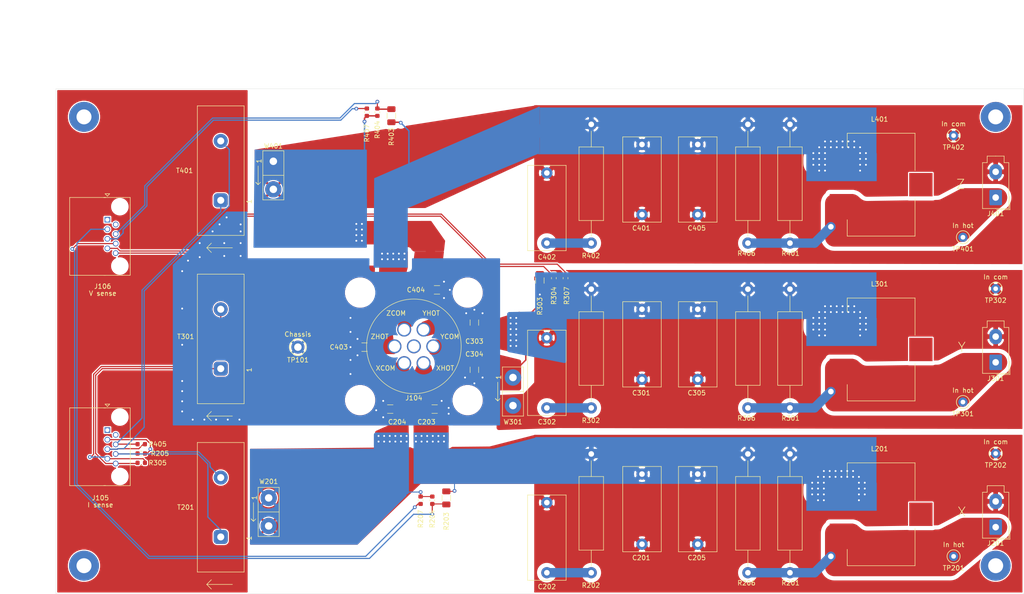
<source format=kicad_pcb>
(kicad_pcb (version 20171130) (host pcbnew "(5.1.5)-3")
  (layers (0 F.Cu signal) (31 B.Cu signal) (34 B.Paste user hide) (35 F.Paste user hide) (36 B.SilkS user) (37 F.SilkS user) (38 B.Mask user hide) (39 F.Mask user hide) (44 Edge.Cuts user))
  (net 0 "")
  (net 1 /XHOT)
  (net 2 Earth)
  (net 3 /VX-)
  (net 4 /YHOT)
  (net 5 /VY-)
  (net 6 /ZHOT)
  (net 7 /VZ+)
  (net 8 /IY+)
  (net 9 /IX+)
  (net 10 /IZ+)
  (net 11 "Net-(J105-Pad2)")
  (net 12 /IY-)
  (net 13 /IZ-)
  (net 14 /IX-)
  (net 15 "Net-(J105-Pad1)")
  (net 16 /VY+)
  (net 17 /VX+)
  (net 18 "Net-(J106-Pad2)")
  (net 19 /VZ-)
  (net 20 "Net-(J106-Pad1)")
  (net 21 "Net-(J104-Pad4)")
  (net 22 /XCOM)
  (net 23 /YCOM)
  (net 24 /ZCOM)
  (net 25 /filter_chan_X/IN_COM)
  (net 26 /filter_chan_Y/IN_COM)
  (net 27 /filter_chan_Z/IN_COM)
  (net 28 /filter_chan_X/IN_HOT)
  (net 29 /filter_chan_Y/IN_HOT)
  (net 30 /filter_chan_Z/IN_HOT)
  (net 31 /filter_chan_X/SNUB_HOT)
  (net 32 /filter_chan_Y/SNUB_HOT)
  (net 33 /filter_chan_Z/SNUB_HOT)
  (module MountingHole:MountingHole_3.2mm_M3_Pad (layer F.Cu) (at 231 56)
    (fp_text reference REF**)
    (fp_text value MountingHole_3.2mm_M3_Pad)
    (pad 1 thru_hole circle (at 0 0) (size 6.4 6.4) (drill 3.2) (layers *.Cu *.Mask))
  )
  (module MountingHole:MountingHole_3.2mm_M3_Pad (layer F.Cu) (at 231 152)
    (fp_text reference REF**)
    (fp_text value MountingHole_3.2mm_M3_Pad)
    (pad 1 thru_hole circle (at 0 0) (size 6.4 6.4) (drill 3.2) (layers *.Cu *.Mask))
  )
  (module MountingHole:MountingHole_3.2mm_M3_Pad (layer F.Cu) (at 36 152)
    (fp_text reference REF**)
    (fp_text value MountingHole_3.2mm_M3_Pad)
    (pad 1 thru_hole circle (at 0 0) (size 6.4 6.4) (drill 3.2) (layers *.Cu *.Mask))
  )
  (module MountingHole:MountingHole_3.2mm_M3_Pad (layer F.Cu) (at 36 56)
    (fp_text reference REF**)
    (fp_text value MountingHole_3.2mm_M3_Pad)
    (pad 1 thru_hole circle (at 0 0) (size 6.4 6.4) (drill 3.2) (layers *.Cu *.Mask))
  )
  (module input:RJ45_Amphenol_RJHSE-308x (layer F.Cu) (at 41 78 90)
    (fp_text reference J106 (at -14.25 -1 180) (layer F.SilkS))
    (fp_text value "V sense" (at -15.75 -1 180) (layer F.SilkS))
    (pad "" np_thru_hole circle (at -9.91 2.667 90) (size 3.250001 3.250001) (drill 3.250001) (layers *.Cu *.Mask))
    (pad "" np_thru_hole circle (at 2.79 2.667 90) (size 3.250001 3.250001) (drill 3.250001) (layers *.Cu *.Mask))
    (pad 8 thru_hole circle (at -7.14 1.78 90) (size 1.2 1.2) (drill 0.85) (layers *.Cu *.Mask) (net 16 /VY+))
    (pad 6 thru_hole circle (at -5.1 1.78 90) (size 1.2 1.2) (drill 0.85) (layers *.Cu *.Mask) (net 17 /VX+))
    (pad 4 thru_hole circle (at -3.06 1.78 90) (size 1.2 1.2) (drill 0.85) (layers *.Cu *.Mask) (net 7 /VZ+))
    (pad 2 thru_hole circle (at -1.02 1.78 90) (size 1.2 1.2) (drill 0.85) (layers *.Cu *.Mask) (net 18 "Net-(J106-Pad2)"))
    (pad 7 thru_hole circle (at -6.12 0 90) (size 1.2 1.2) (drill 0.85) (layers *.Cu *.Mask) (net 5 /VY-))
    (pad 5 thru_hole circle (at -4.08 0 90) (size 1.2 1.2) (drill 0.85) (layers *.Cu *.Mask) (net 19 /VZ-))
    (pad 3 thru_hole circle (at -2.04 0 90) (size 1.2 1.2) (drill 0.85) (layers *.Cu *.Mask) (net 3 /VX-))
    (pad 1 thru_hole rect (at 0 0 90) (size 1.2 1.2) (drill 0.85) (layers *.Cu *.Mask) (net 20 "Net-(J106-Pad1)"))
  )
  (module input:RJ45_Amphenol_RJHSE-308x (layer F.Cu) (at 41 123 90)
    (fp_text reference J105 (at -14.5 -1.5 180) (layer F.SilkS))
    (fp_text value "I sense" (at -16 -1.5 180) (layer F.SilkS))
    (pad "" np_thru_hole circle (at -9.91 2.667 90) (size 3.250001 3.250001) (drill 3.250001) (layers *.Cu *.Mask))
    (pad "" np_thru_hole circle (at 2.79 2.667 90) (size 3.250001 3.250001) (drill 3.250001) (layers *.Cu *.Mask))
    (pad 8 thru_hole circle (at -7.14 1.78 90) (size 1.2 1.2) (drill 0.85) (layers *.Cu *.Mask) (net 8 /IY+))
    (pad 6 thru_hole circle (at -5.1 1.78 90) (size 1.2 1.2) (drill 0.85) (layers *.Cu *.Mask) (net 9 /IX+))
    (pad 4 thru_hole circle (at -3.06 1.78 90) (size 1.2 1.2) (drill 0.85) (layers *.Cu *.Mask) (net 10 /IZ+))
    (pad 2 thru_hole circle (at -1.02 1.78 90) (size 1.2 1.2) (drill 0.85) (layers *.Cu *.Mask) (net 11 "Net-(J105-Pad2)"))
    (pad 7 thru_hole circle (at -6.12 0 90) (size 1.2 1.2) (drill 0.85) (layers *.Cu *.Mask) (net 12 /IY-))
    (pad 5 thru_hole circle (at -4.08 0 90) (size 1.2 1.2) (drill 0.85) (layers *.Cu *.Mask) (net 13 /IZ-))
    (pad 3 thru_hole circle (at -2.04 0 90) (size 1.2 1.2) (drill 0.85) (layers *.Cu *.Mask) (net 14 /IX-))
    (pad 1 thru_hole rect (at 0 0 90) (size 1.2 1.2) (drill 0.85) (layers *.Cu *.Mask) (net 15 "Net-(J105-Pad1)"))
  )
  (module TestPoint:TestPoint_Keystone_5010-5014_Multipurpose (layer F.Cu) (at 81.75 105.25 180)
    (fp_text reference TP101 (at 0 -2.75) (layer F.SilkS))
    (fp_text value Chassis (at 0 2.75) (layer F.SilkS))
    (pad 1 thru_hole circle (at 0 0 180) (size 2.8 2.8) (drill 1.6) (layers *.Cu *.Mask) (net 2 Earth))
  )
  (module input:HIROSE_JR16RK-7S (layer F.Cu) (at 106.56 105.0855 180)
    (fp_text reference J104 (at 0 -11.045) (layer F.SilkS))
    (fp_text value Source)
    (pad "" np_thru_hole oval (at 11.5 -11.5 180) (size 6 6) (drill 6) (layers *.Cu *.Mask))
    (pad "" np_thru_hole oval (at -11.5 -11.5 180) (size 6 6) (drill 6) (layers *.Cu *.Mask))
    (pad "" np_thru_hole oval (at -11.5 11.5 180) (size 6 6) (drill 6) (layers *.Cu *.Mask))
    (pad "" np_thru_hole oval (at 11.5 11.5 180) (size 6 6) (drill 6) (layers *.Cu *.Mask))
    (pad 4 thru_hole oval (at 0 0 180) (size 3 3) (drill 2.4) (layers *.Cu *.Mask) (net 21 "Net-(J104-Pad4)"))
    (pad 3 thru_hole oval (at -4.15 0 180) (size 3 3) (drill 2.4) (layers *.Cu *.Mask) (net 23 /YCOM))
    (pad 6 thru_hole oval (at -2.075 3.594005 180) (size 3 3) (drill 2.4) (layers *.Cu *.Mask) (net 4 /YHOT))
    (pad 7 thru_hole oval (at 2.074999 3.594005 180) (size 3 3) (drill 2.4) (layers *.Cu *.Mask) (net 24 /ZCOM))
    (pad 5 thru_hole oval (at 4.15 0 180) (size 3 3) (drill 2.4) (layers *.Cu *.Mask) (net 6 /ZHOT))
    (pad 2 thru_hole oval (at 2.074999 -3.594005 180) (size 3 3) (drill 2.4) (layers *.Cu *.Mask) (net 22 /XCOM))
    (pad 1 thru_hole oval (at -2.074999 -3.594005 180) (size 3 3) (drill 2.4) (layers *.Cu *.Mask) (net 1 /XHOT))
  )
  (module input:Triad_CST_W1075 (layer F.Cu) (at 65.25 139.5 90)
    (fp_text reference T201 (at 0 -7.5 180) (layer F.SilkS))
    (fp_text value 300:1)
    (fp_text user 1 (at -6.604 6.096 90) (layer F.SilkS))
    (pad 1 thru_hole roundrect (at -6.35 0 90) (size 2.999999 2.999999) (drill 1.5) (layers *.Cu *.Mask) (net 9 /IX+))
    (pad 2 thru_hole circle (at 6.35 0 90) (size 3 3) (drill 1.5) (layers *.Cu *.Mask) (net 14 /IX-))
  )
  (module Connector_Molex:Molex_Mini-Fit_Jr_5566-02A_2x01_P4.20mm_Vertical (layer F.Cu) (at 231 73.25 180)
    (fp_text reference J401 (at 0 -3.45) (layer F.SilkS))
    (fp_text value "Driver in")
    (pad 1 thru_hole roundrect (at 0 0 180) (size 2.7 3.3) (drill 1.4) (layers *.Cu *.Mask) (roundrect_rratio 0.09259299999999999) (net 30 /filter_chan_Z/IN_HOT))
    (pad 2 thru_hole oval (at 0 5.5 180) (size 2.7 3.3) (drill 1.4) (layers *.Cu *.Mask) (net 27 /filter_chan_Z/IN_COM))
  )
  (module Connector_Molex:Molex_Mini-Fit_Jr_5566-02A_2x01_P4.20mm_Vertical (layer F.Cu) (at 231 108.5 180)
    (fp_text reference J301 (at 0 -3.45) (layer F.SilkS))
    (fp_text value "Driver in")
    (pad 2 thru_hole oval (at 0 5.5 180) (size 2.7 3.3) (drill 1.4) (layers *.Cu *.Mask) (net 26 /filter_chan_Y/IN_COM))
    (pad 1 thru_hole roundrect (at 0 0 180) (size 2.7 3.3) (drill 1.4) (layers *.Cu *.Mask) (roundrect_rratio 0.09259299999999999) (net 29 /filter_chan_Y/IN_HOT))
  )
  (module Connector_Molex:Molex_Mini-Fit_Jr_5566-02A_2x01_P4.20mm_Vertical (layer F.Cu) (at 231 143.75 180)
    (fp_text reference J201 (at 0 -3.45) (layer F.SilkS))
    (fp_text value "Driver in")
    (pad 2 thru_hole oval (at 0 5.5 180) (size 2.7 3.3) (drill 1.4) (layers *.Cu *.Mask) (net 25 /filter_chan_X/IN_COM))
    (pad 1 thru_hole roundrect (at 0 0 180) (size 2.7 3.3) (drill 1.4) (layers *.Cu *.Mask) (roundrect_rratio 0.09259299999999999) (net 28 /filter_chan_X/IN_HOT))
  )
  (module input:CT_jumper (layer F.Cu) (at 76.5 68.5 270)
    (fp_text reference W401 (at -6.25 0 180) (layer F.SilkS))
    (fp_text value "3 turns")
    (fp_text user 1 (at -3.048 3.048 90) (layer F.SilkS))
    (pad 2 thru_hole circle (at 3 0 270) (size 3.5 3.5) (drill 1.6) (layers *.Cu *.Mask) (net 27 /filter_chan_Z/IN_COM))
    (pad 1 thru_hole circle (at -3 0 270) (size 3.5 3.5) (drill 1.6) (layers *.Cu *.Mask) (net 24 /ZCOM))
  )
  (module input:CT_jumper (layer F.Cu) (at 127.75 114.75 270)
    (fp_text reference W301 (at 6.5 0 180) (layer F.SilkS))
    (fp_text value "3 turns")
    (fp_text user 1 (at -3.048 3.048 90) (layer F.SilkS))
    (pad 2 thru_hole circle (at 3 0 270) (size 3.5 3.5) (drill 1.6) (layers *.Cu *.Mask) (net 26 /filter_chan_Y/IN_COM))
    (pad 1 thru_hole circle (at -3 0 270) (size 3.5 3.5) (drill 1.6) (layers *.Cu *.Mask) (net 23 /YCOM))
  )
  (module input:CT_jumper (layer F.Cu) (at 75.5 140.5 270)
    (fp_text reference W201 (at -6.5 0 180) (layer F.SilkS))
    (fp_text value "3 turns")
    (fp_text user 1 (at -3.048 3.048 90) (layer F.SilkS))
    (pad 2 thru_hole circle (at 3 0 270) (size 3.5 3.5) (drill 1.6) (layers *.Cu *.Mask) (net 25 /filter_chan_X/IN_COM))
    (pad 1 thru_hole circle (at -3 0 270) (size 3.5 3.5) (drill 1.6) (layers *.Cu *.Mask) (net 22 /XCOM))
  )
  (module TestPoint:TestPoint_Keystone_5000-5004_Miniature (layer F.Cu) (at 222 60 180)
    (fp_text reference TP402 (at 0 -2.5) (layer F.SilkS))
    (fp_text value "In com" (at 0 2.5) (layer F.SilkS))
    (pad 1 thru_hole circle (at 0 0 180) (size 2 2) (drill 1) (layers *.Cu *.Mask) (net 27 /filter_chan_Z/IN_COM))
  )
  (module TestPoint:TestPoint_Keystone_5000-5004_Miniature (layer F.Cu) (at 224 81.75 180)
    (fp_text reference TP401 (at 0 -2.5) (layer F.SilkS))
    (fp_text value "In hot" (at 0 2.5) (layer F.SilkS))
    (pad 1 thru_hole circle (at 0 0 180) (size 2 2) (drill 1) (layers *.Cu *.Mask) (net 30 /filter_chan_Z/IN_HOT))
  )
  (module TestPoint:TestPoint_Keystone_5000-5004_Miniature (layer F.Cu) (at 231 92.75 180)
    (fp_text reference TP302 (at 0 -2.5) (layer F.SilkS))
    (fp_text value "In com" (at 0 2.5) (layer F.SilkS))
    (pad 1 thru_hole circle (at 0 0 180) (size 2 2) (drill 1) (layers *.Cu *.Mask) (net 26 /filter_chan_Y/IN_COM))
  )
  (module TestPoint:TestPoint_Keystone_5000-5004_Miniature (layer F.Cu) (at 224 117 180)
    (fp_text reference TP301 (at 0 -2.5) (layer F.SilkS))
    (fp_text value "In hot" (at 0 2.5) (layer F.SilkS))
    (pad 1 thru_hole circle (at 0 0 180) (size 2 2) (drill 1) (layers *.Cu *.Mask) (net 29 /filter_chan_Y/IN_HOT))
  )
  (module TestPoint:TestPoint_Keystone_5000-5004_Miniature (layer F.Cu) (at 231 128 180)
    (fp_text reference TP202 (at 0 -2.5) (layer F.SilkS))
    (fp_text value "In com" (at 0 2.5) (layer F.SilkS))
    (pad 1 thru_hole circle (at 0 0 180) (size 2 2) (drill 1) (layers *.Cu *.Mask) (net 25 /filter_chan_X/IN_COM))
  )
  (module TestPoint:TestPoint_Keystone_5000-5004_Miniature (layer F.Cu) (at 222 150 180)
    (fp_text reference TP201 (at 0 -2.5) (layer F.SilkS))
    (fp_text value "In hot" (at 0 2.5) (layer F.SilkS))
    (pad 1 thru_hole circle (at 0 0 180) (size 2 2) (drill 1) (layers *.Cu *.Mask) (net 28 /filter_chan_X/IN_HOT))
  )
  (module input:Triad_CST_W1075 (layer F.Cu) (at 65.25 67.5 90)
    (fp_text reference T401 (at 0 -7.75 180) (layer F.SilkS))
    (fp_text value 300:1)
    (fp_text user 1 (at -6.604 6.096 90) (layer F.SilkS))
    (pad 1 thru_hole roundrect (at -6.35 0 90) (size 2.999999 2.999999) (drill 1.5) (layers *.Cu *.Mask) (net 10 /IZ+))
    (pad 2 thru_hole circle (at 6.35 0 90) (size 3 3) (drill 1.5) (layers *.Cu *.Mask) (net 13 /IZ-))
  )
  (module input:Triad_CST_W1075 (layer F.Cu) (at 65.25 103.5 90)
    (fp_text reference T301 (at 0.5 -7.5 180) (layer F.SilkS))
    (fp_text value 300:1)
    (fp_text user 1 (at -6.604 6.096 90) (layer F.SilkS))
    (pad 1 thru_hole roundrect (at -6.35 0 90) (size 2.999999 2.999999) (drill 1.5) (layers *.Cu *.Mask) (net 8 /IY+))
    (pad 2 thru_hole circle (at 6.35 0 90) (size 3 3) (drill 1.5) (layers *.Cu *.Mask) (net 12 /IY-))
  )
  (module input:Wurth_WE-HCF (layer F.Cu) (at 206.5 141 270)
    (fp_text reference L201 (at -14 0.339286 180) (layer F.SilkS))
    (fp_text value "33 uH")
    (pad 2 smd rect (at 4.5 8.5 270) (size 5 5) (layers F.Cu F.Paste F.Mask) (net 28 /filter_chan_X/IN_HOT))
    (pad 1 smd rect (at -4.5 8.5 270) (size 5 5) (layers F.Cu F.Paste F.Mask) (net 1 /XHOT))
    (pad 3 smd rect (at 0 -8.5 270) (size 5 5) (layers F.Cu F.Paste F.Mask))
  )
  (module Resistor_SMD:R_0603_1608Metric (layer F.Cu) (at 96.5 55 90)
    (fp_text reference R407 (at -4.5 0 90) (layer F.SilkS))
    (fp_text value 0)
    (pad 2 smd roundrect (at 0.7875 0 90) (size 0.875 0.95) (layers F.Cu F.Paste F.Mask) (net 19 /VZ-))
    (pad 1 smd roundrect (at -0.7875 0 90) (size 0.875 0.95) (layers F.Cu F.Paste F.Mask) (net 24 /ZCOM))
  )
  (module Resistor_SMD:R_0603_1608Metric (layer F.Cu) (at 139 90.5 90)
    (fp_text reference R307 (at -3.75 0.25 90) (layer F.SilkS))
    (fp_text value 0)
    (pad 2 smd roundrect (at 0.7875 0 90) (size 0.875 0.95) (layers F.Cu F.Paste F.Mask) (net 5 /VY-))
    (pad 1 smd roundrect (at -0.7875 0 90) (size 0.875 0.95) (layers F.Cu F.Paste F.Mask) (net 23 /YCOM))
  )
  (module Resistor_SMD:R_0603_1608Metric (layer F.Cu) (at 108 138 270)
    (fp_text reference R207 (at 4 0 90) (layer F.SilkS))
    (fp_text value 0)
    (pad 2 smd roundrect (at 0.7875 0 270) (size 0.875 0.95) (layers F.Cu F.Paste F.Mask) (net 3 /VX-))
    (pad 1 smd roundrect (at -0.7875 0 270) (size 0.875 0.95) (layers F.Cu F.Paste F.Mask) (net 22 /XCOM))
  )
  (module Resistor_THT:R_Axial_DIN0516_L15.5mm_D5.0mm_P25.40mm_Horizontal (layer F.Cu) (at 178 83 90)
    (fp_text reference R406 (at -2.2 -0.297142 180) (layer F.SilkS))
    (fp_text value R_shunt)
    (pad 1 thru_hole circle (at 0 0 90) (size 2.4 2.4) (drill 1.2) (layers *.Cu *.Mask) (net 30 /filter_chan_Z/IN_HOT))
    (pad 2 thru_hole oval (at 25.4 0 90) (size 2.4 2.4) (drill 1.2) (layers *.Cu *.Mask) (net 6 /ZHOT))
  )
  (module Resistor_SMD:R_0603_1608Metric (layer F.Cu) (at 48.25 126 180)
    (fp_text reference R405 (at -3.5 0) (layer F.SilkS))
    (fp_text value 5.1)
    (pad 2 smd roundrect (at 0.7875 0 180) (size 0.875 0.95) (layers F.Cu F.Paste F.Mask) (net 10 /IZ+))
    (pad 1 smd roundrect (at -0.7875 0 180) (size 0.875 0.95) (layers F.Cu F.Paste F.Mask) (net 13 /IZ-))
  )
  (module Resistor_SMD:R_0603_1608Metric (layer F.Cu) (at 98.75 55 90)
    (fp_text reference R404 (at -3.75 0 90) (layer F.SilkS))
    (fp_text value 100)
    (pad 2 smd roundrect (at 0.7875 0 90) (size 0.875 0.95) (layers F.Cu F.Paste F.Mask) (net 7 /VZ+))
    (pad 1 smd roundrect (at -0.7875 0 90) (size 0.875 0.95) (layers F.Cu F.Paste F.Mask) (net 24 /ZCOM))
  )
  (module Resistor_SMD:R_1206_3216Metric (layer F.Cu) (at 101.75 55.75 270)
    (fp_text reference R403 (at 4.5 0 90) (layer F.SilkS))
    (fp_text value 10K)
    (pad 2 smd roundrect (at 1.4 0 270) (size 1.25 1.75) (layers F.Cu F.Paste F.Mask) (roundrect_rratio 0.2) (net 6 /ZHOT))
    (pad 1 smd roundrect (at -1.4 0 270) (size 1.25 1.75) (layers F.Cu F.Paste F.Mask) (roundrect_rratio 0.2) (net 7 /VZ+))
  )
  (module Resistor_THT:R_Axial_DIN0516_L15.5mm_D5.0mm_P25.40mm_Horizontal (layer F.Cu) (at 144.5 83 90)
    (fp_text reference R402 (at -2.7 -0.074284 180) (layer F.SilkS))
    (fp_text value R_snub)
    (pad 1 thru_hole circle (at 0 0 90) (size 2.4 2.4) (drill 1.2) (layers *.Cu *.Mask) (net 33 /filter_chan_Z/SNUB_HOT))
    (pad 2 thru_hole oval (at 25.4 0 90) (size 2.4 2.4) (drill 1.2) (layers *.Cu *.Mask) (net 6 /ZHOT))
  )
  (module Resistor_THT:R_Axial_DIN0516_L15.5mm_D5.0mm_P25.40mm_Horizontal (layer F.Cu) (at 187 83 90)
    (fp_text reference R401 (at -2.2 0.128572 180) (layer F.SilkS))
    (fp_text value R_shunt)
    (pad 1 thru_hole circle (at 0 0 90) (size 2.4 2.4) (drill 1.2) (layers *.Cu *.Mask) (net 30 /filter_chan_Z/IN_HOT))
    (pad 2 thru_hole oval (at 25.4 0 90) (size 2.4 2.4) (drill 1.2) (layers *.Cu *.Mask) (net 6 /ZHOT))
  )
  (module Resistor_THT:R_Axial_DIN0516_L15.5mm_D5.0mm_P25.40mm_Horizontal (layer F.Cu) (at 178 118.25 90)
    (fp_text reference R306 (at -2.2 -0.297142 180) (layer F.SilkS))
    (fp_text value R_shunt)
    (pad 2 thru_hole oval (at 25.4 0 90) (size 2.4 2.4) (drill 1.2) (layers *.Cu *.Mask) (net 4 /YHOT))
    (pad 1 thru_hole circle (at 0 0 90) (size 2.4 2.4) (drill 1.2) (layers *.Cu *.Mask) (net 29 /filter_chan_Y/IN_HOT))
  )
  (module Resistor_SMD:R_0603_1608Metric (layer F.Cu) (at 48.25 130 180)
    (fp_text reference R305 (at -3.5 0) (layer F.SilkS))
    (fp_text value 5.1)
    (pad 2 smd roundrect (at 0.7875 0 180) (size 0.875 0.95) (layers F.Cu F.Paste F.Mask) (net 8 /IY+))
    (pad 1 smd roundrect (at -0.7875 0 180) (size 0.875 0.95) (layers F.Cu F.Paste F.Mask) (net 12 /IY-))
  )
  (module Resistor_SMD:R_0603_1608Metric (layer F.Cu) (at 136.5 90.5 90)
    (fp_text reference R304 (at -3.75 0 90) (layer F.SilkS))
    (fp_text value 100)
    (pad 2 smd roundrect (at 0.7875 0 90) (size 0.875 0.95) (layers F.Cu F.Paste F.Mask) (net 16 /VY+))
    (pad 1 smd roundrect (at -0.7875 0 90) (size 0.875 0.95) (layers F.Cu F.Paste F.Mask) (net 23 /YCOM))
  )
  (module Resistor_SMD:R_1206_3216Metric (layer F.Cu) (at 133.5 91 270)
    (fp_text reference R303 (at 5.5 0 90) (layer F.SilkS))
    (fp_text value 10K)
    (pad 2 smd roundrect (at 1.4 0 270) (size 1.25 1.75) (layers F.Cu F.Paste F.Mask) (roundrect_rratio 0.2) (net 4 /YHOT))
    (pad 1 smd roundrect (at -1.4 0 270) (size 1.25 1.75) (layers F.Cu F.Paste F.Mask) (roundrect_rratio 0.2) (net 16 /VY+))
  )
  (module Resistor_THT:R_Axial_DIN0516_L15.5mm_D5.0mm_P25.40mm_Horizontal (layer F.Cu) (at 144.5 118.25 90)
    (fp_text reference R302 (at -2.7 -0.074284 180) (layer F.SilkS))
    (fp_text value R_snub)
    (pad 2 thru_hole oval (at 25.4 0 90) (size 2.4 2.4) (drill 1.2) (layers *.Cu *.Mask) (net 4 /YHOT))
    (pad 1 thru_hole circle (at 0 0 90) (size 2.4 2.4) (drill 1.2) (layers *.Cu *.Mask) (net 32 /filter_chan_Y/SNUB_HOT))
  )
  (module Resistor_THT:R_Axial_DIN0516_L15.5mm_D5.0mm_P25.40mm_Horizontal (layer F.Cu) (at 187 118.25 90)
    (fp_text reference R301 (at -2.2 0.128572 180) (layer F.SilkS))
    (fp_text value R_shunt)
    (pad 2 thru_hole oval (at 25.4 0 90) (size 2.4 2.4) (drill 1.2) (layers *.Cu *.Mask) (net 4 /YHOT))
    (pad 1 thru_hole circle (at 0 0 90) (size 2.4 2.4) (drill 1.2) (layers *.Cu *.Mask) (net 29 /filter_chan_Y/IN_HOT))
  )
  (module Resistor_THT:R_Axial_DIN0516_L15.5mm_D5.0mm_P25.40mm_Horizontal (layer F.Cu) (at 178 153.5 90)
    (fp_text reference R206 (at -2.2 -0.297142 180) (layer F.SilkS))
    (fp_text value R_shunt)
    (pad 2 thru_hole oval (at 25.4 0 90) (size 2.4 2.4) (drill 1.2) (layers *.Cu *.Mask) (net 1 /XHOT))
    (pad 1 thru_hole circle (at 0 0 90) (size 2.4 2.4) (drill 1.2) (layers *.Cu *.Mask) (net 28 /filter_chan_X/IN_HOT))
  )
  (module Resistor_SMD:R_0603_1608Metric (layer F.Cu) (at 48.25 128 180)
    (fp_text reference R205 (at -4 0) (layer F.SilkS))
    (fp_text value 5.1)
    (pad 2 smd roundrect (at 0.7875 0 180) (size 0.875 0.95) (layers F.Cu F.Paste F.Mask) (net 9 /IX+))
    (pad 1 smd roundrect (at -0.7875 0 180) (size 0.875 0.95) (layers F.Cu F.Paste F.Mask) (net 14 /IX-))
  )
  (module Resistor_SMD:R_0603_1608Metric (layer F.Cu) (at 110.5 138 270)
    (fp_text reference R204 (at 4 0 90) (layer F.SilkS))
    (fp_text value 100)
    (pad 2 smd roundrect (at 0.7875 0 270) (size 0.875 0.95) (layers F.Cu F.Paste F.Mask) (net 17 /VX+))
    (pad 1 smd roundrect (at -0.7875 0 270) (size 0.875 0.95) (layers F.Cu F.Paste F.Mask) (net 22 /XCOM))
  )
  (module Resistor_SMD:R_1206_3216Metric (layer F.Cu) (at 113.5 137.5 90)
    (fp_text reference R203 (at -5 0 90) (layer F.SilkS))
    (fp_text value 10K)
    (pad 2 smd roundrect (at 1.4 0 90) (size 1.25 1.75) (layers F.Cu F.Paste F.Mask) (roundrect_rratio 0.2) (net 1 /XHOT))
    (pad 1 smd roundrect (at -1.4 0 90) (size 1.25 1.75) (layers F.Cu F.Paste F.Mask) (roundrect_rratio 0.2) (net 17 /VX+))
  )
  (module Resistor_THT:R_Axial_DIN0516_L15.5mm_D5.0mm_P25.40mm_Horizontal (layer F.Cu) (at 144.5 153.5 90)
    (fp_text reference R202 (at -2.7 -0.074284 180) (layer F.SilkS))
    (fp_text value R_snub)
    (pad 2 thru_hole oval (at 25.4 0 90) (size 2.4 2.4) (drill 1.2) (layers *.Cu *.Mask) (net 1 /XHOT))
    (pad 1 thru_hole circle (at 0 0 90) (size 2.4 2.4) (drill 1.2) (layers *.Cu *.Mask) (net 31 /filter_chan_X/SNUB_HOT))
  )
  (module Resistor_THT:R_Axial_DIN0516_L15.5mm_D5.0mm_P25.40mm_Horizontal (layer F.Cu) (at 187 153.5 90)
    (fp_text reference R201 (at -2.2 0.128572 180) (layer F.SilkS))
    (fp_text value R_shunt)
    (pad 2 thru_hole oval (at 25.4 0 90) (size 2.4 2.4) (drill 1.2) (layers *.Cu *.Mask) (net 1 /XHOT))
    (pad 1 thru_hole circle (at 0 0 90) (size 2.4 2.4) (drill 1.2) (layers *.Cu *.Mask) (net 28 /filter_chan_X/IN_HOT))
  )
  (module input:Wurth_WE-HCF (layer F.Cu) (at 206.5 70.5 270)
    (fp_text reference L401 (at -14 0.339286 180) (layer F.SilkS))
    (fp_text value "33 uH")
    (pad 3 smd rect (at 0 -8.5 270) (size 5 5) (layers F.Cu F.Paste F.Mask))
    (pad 1 smd rect (at -4.5 8.5 270) (size 5 5) (layers F.Cu F.Paste F.Mask) (net 6 /ZHOT))
    (pad 2 smd rect (at 4.5 8.5 270) (size 5 5) (layers F.Cu F.Paste F.Mask) (net 30 /filter_chan_Z/IN_HOT))
  )
  (module input:Wurth_WE-HCF (layer F.Cu) (at 206.5 105.75 270)
    (fp_text reference L301 (at -14 0.339286 180) (layer F.SilkS))
    (fp_text value "33 uH")
    (pad 2 smd rect (at 4.5 8.5 270) (size 5 5) (layers F.Cu F.Paste F.Mask) (net 29 /filter_chan_Y/IN_HOT))
    (pad 1 smd rect (at -4.5 8.5 270) (size 5 5) (layers F.Cu F.Paste F.Mask) (net 4 /YHOT))
    (pad 3 smd rect (at 0 -8.5 270) (size 5 5) (layers F.Cu F.Paste F.Mask))
  )
  (module Capacitor_THT:C_Rect_L18.0mm_W8.0mm_P15.00mm_FKS3_FKP3 (layer F.Cu) (at 167.277144 61.9 270)
    (fp_text reference C405 (at 17.9 0.222856 180) (layer F.SilkS))
    (fp_text value C_out)
    (pad 1 thru_hole circle (at 0 0 270) (size 2.4 2.4) (drill 1.2) (layers *.Cu *.Mask) (net 6 /ZHOT))
    (pad 2 thru_hole circle (at 15 0 270) (size 2.4 2.4) (drill 1.2) (layers *.Cu *.Mask) (net 27 /filter_chan_Z/IN_COM))
  )
  (module Capacitor_SMD:C_1206_3216Metric (layer F.Cu) (at 111.5 93)
    (fp_text reference C404 (at -4.5 0) (layer F.SilkS))
    (fp_text value "10 nF")
    (pad 2 smd roundrect (at 1.4 0) (size 1.25 1.75) (layers F.Cu F.Paste F.Mask) (roundrect_rratio 0.2) (net 2 Earth))
    (pad 1 smd roundrect (at -1.4 0) (size 1.25 1.75) (layers F.Cu F.Paste F.Mask) (roundrect_rratio 0.2) (net 24 /ZCOM))
  )
  (module Capacitor_SMD:C_1206_3216Metric (layer F.Cu) (at 96 105.25 180)
    (fp_text reference C403 (at 5.5 0 180) (layer F.SilkS))
    (fp_text value "10 nF")
    (pad 2 smd roundrect (at 1.4 0 180) (size 1.25 1.75) (layers F.Cu F.Paste F.Mask) (roundrect_rratio 0.2) (net 2 Earth))
    (pad 1 smd roundrect (at -1.4 0 180) (size 1.25 1.75) (layers F.Cu F.Paste F.Mask) (roundrect_rratio 0.2) (net 6 /ZHOT))
  )
  (module Capacitor_THT:C_Rect_L18.0mm_W8.0mm_P15.00mm_FKS3_FKP3 (layer F.Cu) (at 135 83 90)
    (fp_text reference C402 (at -3 0 180) (layer F.SilkS))
    (fp_text value C_snub)
    (pad 1 thru_hole circle (at 0 0 90) (size 2.4 2.4) (drill 1.2) (layers *.Cu *.Mask) (net 33 /filter_chan_Z/SNUB_HOT))
    (pad 2 thru_hole circle (at 15 0 90) (size 2.4 2.4) (drill 1.2) (layers *.Cu *.Mask) (net 27 /filter_chan_Z/IN_COM))
  )
  (module Capacitor_THT:C_Rect_L18.0mm_W8.0mm_P15.00mm_FKS3_FKP3 (layer F.Cu) (at 155.35143 61.9 270)
    (fp_text reference C401 (at 17.9 0.14857 180) (layer F.SilkS))
    (fp_text value C_out)
    (pad 1 thru_hole circle (at 0 0 270) (size 2.4 2.4) (drill 1.2) (layers *.Cu *.Mask) (net 6 /ZHOT))
    (pad 2 thru_hole circle (at 15 0 270) (size 2.4 2.4) (drill 1.2) (layers *.Cu *.Mask) (net 27 /filter_chan_Z/IN_COM))
  )
  (module Capacitor_THT:C_Rect_L18.0mm_W8.0mm_P15.00mm_FKS3_FKP3 (layer F.Cu) (at 167.277144 97.15 270)
    (fp_text reference C305 (at 17.9 0.222856 180) (layer F.SilkS))
    (fp_text value C_out)
    (pad 2 thru_hole circle (at 15 0 270) (size 2.4 2.4) (drill 1.2) (layers *.Cu *.Mask) (net 26 /filter_chan_Y/IN_COM))
    (pad 1 thru_hole circle (at 0 0 270) (size 2.4 2.4) (drill 1.2) (layers *.Cu *.Mask) (net 4 /YHOT))
  )
  (module Capacitor_SMD:C_1206_3216Metric (layer F.Cu) (at 119.5 110.1 270)
    (fp_text reference C304 (at -3.35 0 180) (layer F.SilkS))
    (fp_text value "10 nF")
    (pad 2 smd roundrect (at 1.4 0 270) (size 1.25 1.75) (layers F.Cu F.Paste F.Mask) (roundrect_rratio 0.2) (net 2 Earth))
    (pad 1 smd roundrect (at -1.4 0 270) (size 1.25 1.75) (layers F.Cu F.Paste F.Mask) (roundrect_rratio 0.2) (net 23 /YCOM))
  )
  (module Capacitor_SMD:C_1206_3216Metric (layer F.Cu) (at 119.5 100 90)
    (fp_text reference C303 (at -4 0 180) (layer F.SilkS))
    (fp_text value "10 nF")
    (pad 2 smd roundrect (at 1.4 0 90) (size 1.25 1.75) (layers F.Cu F.Paste F.Mask) (roundrect_rratio 0.2) (net 2 Earth))
    (pad 1 smd roundrect (at -1.4 0 90) (size 1.25 1.75) (layers F.Cu F.Paste F.Mask) (roundrect_rratio 0.2) (net 4 /YHOT))
  )
  (module Capacitor_THT:C_Rect_L18.0mm_W8.0mm_P15.00mm_FKS3_FKP3 (layer F.Cu) (at 135 118.25 90)
    (fp_text reference C302 (at -3 0 180) (layer F.SilkS))
    (fp_text value C_snub)
    (pad 2 thru_hole circle (at 15 0 90) (size 2.4 2.4) (drill 1.2) (layers *.Cu *.Mask) (net 26 /filter_chan_Y/IN_COM))
    (pad 1 thru_hole circle (at 0 0 90) (size 2.4 2.4) (drill 1.2) (layers *.Cu *.Mask) (net 32 /filter_chan_Y/SNUB_HOT))
  )
  (module Capacitor_THT:C_Rect_L18.0mm_W8.0mm_P15.00mm_FKS3_FKP3 (layer F.Cu) (at 155.35143 97.15 270)
    (fp_text reference C301 (at 17.9 0.14857 180) (layer F.SilkS))
    (fp_text value C_out)
    (pad 2 thru_hole circle (at 15 0 270) (size 2.4 2.4) (drill 1.2) (layers *.Cu *.Mask) (net 26 /filter_chan_Y/IN_COM))
    (pad 1 thru_hole circle (at 0 0 270) (size 2.4 2.4) (drill 1.2) (layers *.Cu *.Mask) (net 4 /YHOT))
  )
  (module Capacitor_THT:C_Rect_L18.0mm_W8.0mm_P15.00mm_FKS3_FKP3 (layer F.Cu) (at 167.277144 132.4 270)
    (fp_text reference C205 (at 17.9 0.222856 180) (layer F.SilkS))
    (fp_text value C_out)
    (pad 2 thru_hole circle (at 15 0 270) (size 2.4 2.4) (drill 1.2) (layers *.Cu *.Mask) (net 25 /filter_chan_X/IN_COM))
    (pad 1 thru_hole circle (at 0 0 270) (size 2.4 2.4) (drill 1.2) (layers *.Cu *.Mask) (net 1 /XHOT))
  )
  (module Capacitor_SMD:C_1206_3216Metric (layer F.Cu) (at 101.5 118.5 180)
    (fp_text reference C204 (at -1.5 -2.75) (layer F.SilkS))
    (fp_text value "10 nF")
    (pad 2 smd roundrect (at 1.4 0 180) (size 1.25 1.75) (layers F.Cu F.Paste F.Mask) (roundrect_rratio 0.2) (net 2 Earth))
    (pad 1 smd roundrect (at -1.4 0 180) (size 1.25 1.75) (layers F.Cu F.Paste F.Mask) (roundrect_rratio 0.2) (net 22 /XCOM))
  )
  (module Capacitor_SMD:C_1206_3216Metric (layer F.Cu) (at 111 118.5)
    (fp_text reference C203 (at -1.75 2.75) (layer F.SilkS))
    (fp_text value "10 nF")
    (pad 2 smd roundrect (at 1.4 0) (size 1.25 1.75) (layers F.Cu F.Paste F.Mask) (roundrect_rratio 0.2) (net 2 Earth))
    (pad 1 smd roundrect (at -1.4 0) (size 1.25 1.75) (layers F.Cu F.Paste F.Mask) (roundrect_rratio 0.2) (net 1 /XHOT))
  )
  (module Capacitor_THT:C_Rect_L18.0mm_W8.0mm_P15.00mm_FKS3_FKP3 (layer F.Cu) (at 135 153.5 90)
    (fp_text reference C202 (at -3 0 180) (layer F.SilkS))
    (fp_text value C_snub)
    (pad 2 thru_hole circle (at 15 0 90) (size 2.4 2.4) (drill 1.2) (layers *.Cu *.Mask) (net 25 /filter_chan_X/IN_COM))
    (pad 1 thru_hole circle (at 0 0 90) (size 2.4 2.4) (drill 1.2) (layers *.Cu *.Mask) (net 31 /filter_chan_X/SNUB_HOT))
  )
  (module Capacitor_THT:C_Rect_L18.0mm_W8.0mm_P15.00mm_FKS3_FKP3 (layer F.Cu) (at 155.35143 132.4 270)
    (fp_text reference C201 (at 17.9 0.14857 180) (layer F.SilkS))
    (fp_text value C_out)
    (pad 2 thru_hole circle (at 15 0 270) (size 2.4 2.4) (drill 1.2) (layers *.Cu *.Mask) (net 25 /filter_chan_X/IN_COM))
    (pad 1 thru_hole circle (at 0 0 270) (size 2.4 2.4) (drill 1.2) (layers *.Cu *.Mask) (net 1 /XHOT))
  )
  (gr_text ZHOT (at 99.25 103) (layer F.SilkS) (effects (font (size 1 1))))
  (gr_text XCOM (at 100.5 109.75) (layer F.SilkS) (effects (font (size 1 1))))
  (gr_text XHOT (at 113.25 109.75) (layer F.SilkS) (effects (font (size 1 1))))
  (gr_text YCOM (at 114.25 103) (layer F.SilkS) (effects (font (size 1 1))))
  (gr_text YHOT (at 110.25 98) (layer F.SilkS) (effects (font (size 1 1))))
  (gr_text ZCOM (at 102.75 98) (layer F.SilkS) (effects (font (size 1 1))))
  (gr_text Z (at 223.5 70.25 180) (layer F.SilkS) (effects (font (size 2 2))))
  (gr_text Y (at 223.75 105.25) (layer F.SilkS) (effects (font (size 2 2))))
  (gr_text X (at 223.75 140.5) (layer F.SilkS) (effects (font (size 2 2))))
  (gr_line (start 237 158) (end 30 158) (layer Edge.Cuts) (width 0.05))
  (gr_line (start 30 158) (end 30 50) (layer Edge.Cuts) (width 0.05))
  (gr_line (start 237 50) (end 237 158) (layer Edge.Cuts) (width 0.05))
  (gr_line (start 30 50) (end 237 50) (layer Edge.Cuts) (width 0.05))
  (segment (start 107.5 122.25) (end 107.5 111) (width 2) (layer F.Cu) (net 1))
  (segment (start 107.5 111) (end 108.634999 108.679505) (width 2) (layer F.Cu) (net 1))
  (segment (start 133.75 128) (end 144.5 128.1) (width 2) (layer B.Cu) (net 1))
  (segment (start 107.599999 128) (end 148.75 128) (width 2) (layer B.Cu) (net 1))
  (segment (start 107.5 127.5) (end 107.599999 128) (width 2) (layer B.Cu) (net 1))
  (via (at 107 124.25) (size 0.8) (drill 0.4) (layers F.Cu B.Cu) (net 1))
  (via (at 108.2 124.25) (size 0.8) (drill 0.4) (layers F.Cu B.Cu) (net 1))
  (via (at 109.4 124.25) (size 0.8) (drill 0.4) (layers F.Cu B.Cu) (net 1))
  (via (at 110.6 124.25) (size 0.8) (drill 0.4) (layers F.Cu B.Cu) (net 1))
  (via (at 111.8 124.25) (size 0.8) (drill 0.4) (layers F.Cu B.Cu) (net 1))
  (via (at 113 124.25) (size 0.8) (drill 0.4) (layers F.Cu B.Cu) (net 1))
  (via (at 107 125.45) (size 0.8) (drill 0.4) (layers F.Cu B.Cu) (net 1))
  (via (at 108.2 125.45) (size 0.8) (drill 0.4) (layers F.Cu B.Cu) (net 1))
  (via (at 109.4 125.45) (size 0.8) (drill 0.4) (layers F.Cu B.Cu) (net 1))
  (via (at 110.6 125.45) (size 0.8) (drill 0.4) (layers F.Cu B.Cu) (net 1))
  (via (at 111.8 125.45) (size 0.8) (drill 0.4) (layers F.Cu B.Cu) (net 1))
  (via (at 113 125.45) (size 0.8) (drill 0.4) (layers F.Cu B.Cu) (net 1))
  (via (at 195.5 131.75) (size 0.8) (drill 0.4) (layers F.Cu B.Cu) (net 1))
  (via (at 200.5 133) (size 0.8) (drill 0.4) (layers F.Cu B.Cu) (net 1))
  (via (at 198 131.75) (size 0.8) (drill 0.4) (layers F.Cu B.Cu) (net 1))
  (via (at 199.25 133) (size 0.8) (drill 0.4) (layers F.Cu B.Cu) (net 1))
  (via (at 194.25 131.75) (size 0.8) (drill 0.4) (layers F.Cu B.Cu) (net 1))
  (via (at 196.75 131.75) (size 0.8) (drill 0.4) (layers F.Cu B.Cu) (net 1))
  (via (at 194.25 133) (size 0.8) (drill 0.4) (layers F.Cu B.Cu) (net 1))
  (via (at 199.25 131.75) (size 0.8) (drill 0.4) (layers F.Cu B.Cu) (net 1))
  (via (at 200.5 131.75) (size 0.8) (drill 0.4) (layers F.Cu B.Cu) (net 1))
  (via (at 193 133) (size 0.8) (drill 0.4) (layers F.Cu B.Cu) (net 1))
  (via (at 191.75 134.25) (size 0.8) (drill 0.4) (layers F.Cu B.Cu) (net 1))
  (via (at 196.75 133) (size 0.8) (drill 0.4) (layers F.Cu B.Cu) (net 1))
  (via (at 198 133) (size 0.8) (drill 0.4) (layers F.Cu B.Cu) (net 1))
  (via (at 203 134.25) (size 0.8) (drill 0.4) (layers F.Cu B.Cu) (net 1))
  (via (at 194.25 134.25) (size 0.8) (drill 0.4) (layers F.Cu B.Cu) (net 1))
  (via (at 201.75 136.75) (size 0.8) (drill 0.4) (layers F.Cu B.Cu) (net 1))
  (via (at 203 136.75) (size 0.8) (drill 0.4) (layers F.Cu B.Cu) (net 1))
  (via (at 195.5 133) (size 0.8) (drill 0.4) (layers F.Cu B.Cu) (net 1))
  (via (at 201.75 134.25) (size 0.8) (drill 0.4) (layers F.Cu B.Cu) (net 1))
  (via (at 194.25 136.75) (size 0.8) (drill 0.4) (layers F.Cu B.Cu) (net 1))
  (via (at 191.75 135.5) (size 0.8) (drill 0.4) (layers F.Cu B.Cu) (net 1))
  (via (at 194.25 135.5) (size 0.8) (drill 0.4) (layers F.Cu B.Cu) (net 1))
  (via (at 201.75 135.5) (size 0.8) (drill 0.4) (layers F.Cu B.Cu) (net 1))
  (via (at 193 135.5) (size 0.8) (drill 0.4) (layers F.Cu B.Cu) (net 1))
  (via (at 201.75 138) (size 0.8) (drill 0.4) (layers F.Cu B.Cu) (net 1))
  (via (at 193 136.75) (size 0.8) (drill 0.4) (layers F.Cu B.Cu) (net 1))
  (via (at 193 134.25) (size 0.8) (drill 0.4) (layers F.Cu B.Cu) (net 1))
  (via (at 203 135.5) (size 0.8) (drill 0.4) (layers F.Cu B.Cu) (net 1))
  (via (at 193 138) (size 0.8) (drill 0.4) (layers F.Cu B.Cu) (net 1))
  (via (at 191.75 136.75) (size 0.8) (drill 0.4) (layers F.Cu B.Cu) (net 1))
  (via (at 194.25 138) (size 0.8) (drill 0.4) (layers F.Cu B.Cu) (net 1))
  (via (at 201.75 133) (size 0.8) (drill 0.4) (layers F.Cu B.Cu) (net 1))
  (via (at 115.25 136) (size 0.8) (drill 0.4) (layers F.Cu B.Cu) (net 1))
  (segment (start 113.5 136.1) (end 115.15 136.1) (width 0.2) (layer F.Cu) (net 1))
  (segment (start 115.15 136.1) (end 115.25 136) (width 0.2) (layer F.Cu) (net 1))
  (segment (start 115.25 136) (end 115.25 134) (width 0.2) (layer B.Cu) (net 1))
  (segment (start 112.4 118.5) (end 112.4 116.6) (width 1.25) (layer F.Cu) (net 2))
  (segment (start 112.4 116.6) (end 112.5 116.5) (width 1.25) (layer F.Cu) (net 2))
  (via (at 100 120.25) (size 0.8) (drill 0.4) (layers F.Cu B.Cu) (net 2))
  (via (at 98.5 118.75) (size 0.8) (drill 0.4) (layers F.Cu B.Cu) (net 2))
  (via (at 100 116.75) (size 0.8) (drill 0.4) (layers F.Cu B.Cu) (net 2))
  (via (at 112.5 116.75) (size 0.8) (drill 0.4) (layers F.Cu B.Cu) (net 2))
  (via (at 114 118.25) (size 0.8) (drill 0.4) (layers F.Cu B.Cu) (net 2))
  (via (at 114 119.5) (size 0.8) (drill 0.4) (layers F.Cu B.Cu) (net 2))
  (via (at 117.5 111.75) (size 0.8) (drill 0.4) (layers F.Cu B.Cu) (net 2))
  (via (at 119.5 113) (size 0.8) (drill 0.4) (layers F.Cu B.Cu) (net 2))
  (via (at 121.25 111.75) (size 0.8) (drill 0.4) (layers F.Cu B.Cu) (net 2))
  (via (at 117.75 98) (size 0.8) (drill 0.4) (layers F.Cu B.Cu) (net 2))
  (via (at 121.25 98) (size 0.8) (drill 0.4) (layers F.Cu B.Cu) (net 2))
  (via (at 119.5 97.25) (size 0.8) (drill 0.4) (layers F.Cu B.Cu) (net 2))
  (segment (start 119.5 98.6) (end 119.5 97.25) (width 1.25) (layer F.Cu) (net 2))
  (via (at 94.5 103.5) (size 0.8) (drill 0.4) (layers F.Cu B.Cu) (net 2))
  (via (at 93 105.25) (size 0.8) (drill 0.4) (layers F.Cu B.Cu) (net 2))
  (via (at 94.5 107) (size 0.8) (drill 0.4) (layers F.Cu B.Cu) (net 2))
  (via (at 113 94.75) (size 0.8) (drill 0.4) (layers F.Cu B.Cu) (net 2))
  (via (at 113 91.25) (size 0.8) (drill 0.4) (layers F.Cu B.Cu) (net 2))
  (via (at 114.25 93) (size 0.8) (drill 0.4) (layers F.Cu B.Cu) (net 2))
  (via (at 57 89) (size 0.8) (drill 0.4) (layers F.Cu B.Cu) (net 2))
  (via (at 57 97) (size 0.8) (drill 0.4) (layers F.Cu B.Cu) (net 2))
  (via (at 57 104.75) (size 0.8) (drill 0.4) (layers F.Cu B.Cu) (net 2))
  (via (at 57 119) (size 0.8) (drill 0.4) (layers F.Cu B.Cu) (net 2))
  (via (at 59.25 120.75) (size 0.8) (drill 0.4) (layers F.Cu B.Cu) (net 2))
  (via (at 93 102) (size 0.8) (drill 0.4) (layers F.Cu B.Cu) (net 2))
  (via (at 93 99) (size 0.8) (drill 0.4) (layers F.Cu B.Cu) (net 2))
  (via (at 93 108) (size 0.8) (drill 0.4) (layers F.Cu B.Cu) (net 2))
  (via (at 93 111) (size 0.8) (drill 0.4) (layers F.Cu B.Cu) (net 2))
  (via (at 58.25 86.75) (size 0.8) (drill 0.4) (layers F.Cu B.Cu) (net 2))
  (via (at 60.75 83) (size 0.8) (drill 0.4) (layers F.Cu B.Cu) (net 2))
  (via (at 63.5 80.5) (size 0.8) (drill 0.4) (layers F.Cu B.Cu) (net 2))
  (via (at 65 79) (size 0.8) (drill 0.4) (layers F.Cu B.Cu) (net 2))
  (via (at 69.5 79) (size 0.8) (drill 0.4) (layers F.Cu B.Cu) (net 2))
  (via (at 69.5 80.5) (size 0.8) (drill 0.4) (layers F.Cu B.Cu) (net 2))
  (via (at 69.5 83) (size 0.8) (drill 0.4) (layers F.Cu B.Cu) (net 2))
  (via (at 60.75 86) (size 0.8) (drill 0.4) (layers F.Cu B.Cu) (net 2))
  (via (at 66 83) (size 0.8) (drill 0.4) (layers F.Cu B.Cu) (net 2))
  (via (at 69.5 85.75) (size 0.8) (drill 0.4) (layers F.Cu B.Cu) (net 2))
  (via (at 66 85.75) (size 0.8) (drill 0.4) (layers F.Cu B.Cu) (net 2))
  (via (at 66.5 77.5) (size 0.8) (drill 0.4) (layers F.Cu B.Cu) (net 2))
  (via (at 57 116.833332) (size 0.8) (drill 0.4) (layers F.Cu B.Cu) (net 2))
  (via (at 57 114.666666) (size 0.8) (drill 0.4) (layers F.Cu B.Cu) (net 2))
  (via (at 57 112.5) (size 0.8) (drill 0.4) (layers F.Cu B.Cu) (net 2))
  (via (at 61.75 120.75) (size 0.8) (drill 0.4) (layers F.Cu B.Cu) (net 2))
  (via (at 64.25 120.75) (size 0.8) (drill 0.4) (layers F.Cu B.Cu) (net 2))
  (via (at 66.75 120.75) (size 0.8) (drill 0.4) (layers F.Cu B.Cu) (net 2))
  (via (at 69.25 120.75) (size 0.8) (drill 0.4) (layers F.Cu B.Cu) (net 2))
  (via (at 106.75 139.5) (size 0.8) (drill 0.4) (layers F.Cu B.Cu) (net 3))
  (segment (start 108 138.7875) (end 107.4625 138.7875) (width 0.25) (layer F.Cu) (net 3))
  (segment (start 107.4625 138.7875) (end 106.75 139.5) (width 0.25) (layer F.Cu) (net 3))
  (segment (start 37.46 80.04) (end 41 80.04) (width 0.25) (layer B.Cu) (net 3))
  (segment (start 106.75 139.5) (end 96.25 150) (width 0.25) (layer B.Cu) (net 3))
  (segment (start 50 150) (end 34.5 134.5) (width 0.25) (layer B.Cu) (net 3))
  (segment (start 34.5 83) (end 37.46 80.04) (width 0.25) (layer B.Cu) (net 3))
  (segment (start 96.25 150) (end 50 150) (width 0.25) (layer B.Cu) (net 3))
  (segment (start 34.5 134.5) (end 34.5 83) (width 0.25) (layer B.Cu) (net 3))
  (via (at 127.25 105) (size 0.8) (drill 0.4) (layers F.Cu B.Cu) (net 4))
  (via (at 127.25 103.8) (size 0.8) (drill 0.4) (layers F.Cu B.Cu) (net 4))
  (via (at 127.25 102.6) (size 0.8) (drill 0.4) (layers F.Cu B.Cu) (net 4))
  (via (at 127.25 101.4) (size 0.8) (drill 0.4) (layers F.Cu B.Cu) (net 4))
  (via (at 127.25 100.2) (size 0.8) (drill 0.4) (layers F.Cu B.Cu) (net 4))
  (via (at 127.25 99) (size 0.8) (drill 0.4) (layers F.Cu B.Cu) (net 4))
  (via (at 128.45 105) (size 0.8) (drill 0.4) (layers F.Cu B.Cu) (net 4))
  (via (at 128.45 103.8) (size 0.8) (drill 0.4) (layers F.Cu B.Cu) (net 4))
  (via (at 128.45 102.6) (size 0.8) (drill 0.4) (layers F.Cu B.Cu) (net 4))
  (via (at 128.45 101.4) (size 0.8) (drill 0.4) (layers F.Cu B.Cu) (net 4))
  (via (at 128.45 100.2) (size 0.8) (drill 0.4) (layers F.Cu B.Cu) (net 4))
  (via (at 128.45 99) (size 0.8) (drill 0.4) (layers F.Cu B.Cu) (net 4))
  (via (at 133.5 94) (size 0.8) (drill 0.4) (layers F.Cu B.Cu) (net 4))
  (segment (start 133.5 92.4) (end 133.5 94) (width 0.3) (layer F.Cu) (net 4))
  (via (at 195.75 97.75) (size 0.8) (drill 0.4) (layers F.Cu B.Cu) (net 4))
  (via (at 199.5 97.75) (size 0.8) (drill 0.4) (layers F.Cu B.Cu) (net 4))
  (via (at 200.75 97.75) (size 0.8) (drill 0.4) (layers F.Cu B.Cu) (net 4))
  (via (at 194.5 96.5) (size 0.8) (drill 0.4) (layers F.Cu B.Cu) (net 4))
  (via (at 198.25 96.5) (size 0.8) (drill 0.4) (layers F.Cu B.Cu) (net 4))
  (via (at 197 96.5) (size 0.8) (drill 0.4) (layers F.Cu B.Cu) (net 4))
  (via (at 199.5 96.5) (size 0.8) (drill 0.4) (layers F.Cu B.Cu) (net 4))
  (via (at 195.75 96.5) (size 0.8) (drill 0.4) (layers F.Cu B.Cu) (net 4))
  (via (at 194.5 97.75) (size 0.8) (drill 0.4) (layers F.Cu B.Cu) (net 4))
  (via (at 200.75 96.5) (size 0.8) (drill 0.4) (layers F.Cu B.Cu) (net 4))
  (via (at 193.25 97.75) (size 0.8) (drill 0.4) (layers F.Cu B.Cu) (net 4))
  (via (at 197 97.75) (size 0.8) (drill 0.4) (layers F.Cu B.Cu) (net 4))
  (via (at 198.25 97.75) (size 0.8) (drill 0.4) (layers F.Cu B.Cu) (net 4))
  (via (at 203.25 99) (size 0.8) (drill 0.4) (layers F.Cu B.Cu) (net 4))
  (via (at 194.5 99) (size 0.8) (drill 0.4) (layers F.Cu B.Cu) (net 4))
  (via (at 192 99) (size 0.8) (drill 0.4) (layers F.Cu B.Cu) (net 4))
  (via (at 202 101.5) (size 0.8) (drill 0.4) (layers F.Cu B.Cu) (net 4))
  (via (at 203.25 101.5) (size 0.8) (drill 0.4) (layers F.Cu B.Cu) (net 4))
  (via (at 202 97.75) (size 0.8) (drill 0.4) (layers F.Cu B.Cu) (net 4))
  (via (at 192 101.5) (size 0.8) (drill 0.4) (layers F.Cu B.Cu) (net 4))
  (via (at 202 99) (size 0.8) (drill 0.4) (layers F.Cu B.Cu) (net 4))
  (via (at 194.5 102.75) (size 0.8) (drill 0.4) (layers F.Cu B.Cu) (net 4))
  (via (at 193.25 100.25) (size 0.8) (drill 0.4) (layers F.Cu B.Cu) (net 4))
  (via (at 203.25 100.25) (size 0.8) (drill 0.4) (layers F.Cu B.Cu) (net 4))
  (via (at 193.25 101.5) (size 0.8) (drill 0.4) (layers F.Cu B.Cu) (net 4))
  (via (at 194.5 101.5) (size 0.8) (drill 0.4) (layers F.Cu B.Cu) (net 4))
  (via (at 202 102.75) (size 0.8) (drill 0.4) (layers F.Cu B.Cu) (net 4))
  (via (at 193.25 102.75) (size 0.8) (drill 0.4) (layers F.Cu B.Cu) (net 4))
  (via (at 194.5 100.25) (size 0.8) (drill 0.4) (layers F.Cu B.Cu) (net 4))
  (via (at 192 100.25) (size 0.8) (drill 0.4) (layers F.Cu B.Cu) (net 4))
  (via (at 193.25 99) (size 0.8) (drill 0.4) (layers F.Cu B.Cu) (net 4))
  (via (at 202 100.25) (size 0.8) (drill 0.4) (layers F.Cu B.Cu) (net 4))
  (segment (start 41.848528 84.12) (end 41 84.12) (width 0.25) (layer F.Cu) (net 5))
  (segment (start 61.31001 84.68999) (end 43.698992 84.68999) (width 0.25) (layer F.Cu) (net 5))
  (segment (start 139 89.7125) (end 139 89.275) (width 0.25) (layer F.Cu) (net 5))
  (segment (start 69.20001 76.79999) (end 61.31001 84.68999) (width 0.25) (layer F.Cu) (net 5))
  (segment (start 139 89.275) (end 137.225 87.5) (width 0.25) (layer F.Cu) (net 5))
  (segment (start 137.225 87.5) (end 123.13641 87.5) (width 0.25) (layer F.Cu) (net 5))
  (segment (start 123.13641 87.5) (end 112.4364 76.79999) (width 0.25) (layer F.Cu) (net 5))
  (segment (start 43.129002 84.12) (end 41.848528 84.12) (width 0.25) (layer F.Cu) (net 5))
  (segment (start 43.698992 84.68999) (end 43.129002 84.12) (width 0.25) (layer F.Cu) (net 5))
  (segment (start 112.4364 76.79999) (end 69.20001 76.79999) (width 0.25) (layer F.Cu) (net 5))
  (via (at 99.75 85.25) (size 0.8) (drill 0.4) (layers F.Cu B.Cu) (net 6))
  (via (at 100.95 85.25) (size 0.8) (drill 0.4) (layers F.Cu B.Cu) (net 6))
  (via (at 102.15 85.25) (size 0.8) (drill 0.4) (layers F.Cu B.Cu) (net 6))
  (via (at 103.35 85.25) (size 0.8) (drill 0.4) (layers F.Cu B.Cu) (net 6))
  (via (at 104.55 85.25) (size 0.8) (drill 0.4) (layers F.Cu B.Cu) (net 6))
  (via (at 99.75 86.45) (size 0.8) (drill 0.4) (layers F.Cu B.Cu) (net 6))
  (via (at 100.95 86.45) (size 0.8) (drill 0.4) (layers F.Cu B.Cu) (net 6))
  (via (at 102.15 86.45) (size 0.8) (drill 0.4) (layers F.Cu B.Cu) (net 6))
  (via (at 103.35 86.45) (size 0.8) (drill 0.4) (layers F.Cu B.Cu) (net 6))
  (via (at 104.55 86.45) (size 0.8) (drill 0.4) (layers F.Cu B.Cu) (net 6))
  (segment (start 144.5 57.6) (end 134.9 57.6) (width 2) (layer B.Cu) (net 6))
  (segment (start 134.9 57.6) (end 131.25 61.25) (width 2) (layer B.Cu) (net 6))
  (via (at 103.75 57.25) (size 0.8) (drill 0.4) (layers F.Cu B.Cu) (net 6))
  (segment (start 101.75 57.15) (end 103.65 57.15) (width 0.3) (layer F.Cu) (net 6))
  (segment (start 103.65 57.15) (end 103.75 57.25) (width 0.3) (layer F.Cu) (net 6))
  (segment (start 103.75 57.25) (end 105.5 59) (width 0.3) (layer B.Cu) (net 6))
  (segment (start 105.5 59) (end 105.5 67) (width 0.3) (layer B.Cu) (net 6))
  (segment (start 97.5645 105.0855) (end 97.4 105.25) (width 2) (layer F.Cu) (net 6))
  (segment (start 102.41 105.0855) (end 97.5645 105.0855) (width 2) (layer F.Cu) (net 6))
  (via (at 194.5 61.25) (size 0.8) (drill 0.4) (layers F.Cu B.Cu) (net 6))
  (via (at 195.75 61.25) (size 0.8) (drill 0.4) (layers F.Cu B.Cu) (net 6))
  (via (at 197 61.25) (size 0.8) (drill 0.4) (layers F.Cu B.Cu) (net 6))
  (via (at 198.25 61.25) (size 0.8) (drill 0.4) (layers F.Cu B.Cu) (net 6))
  (via (at 199.5 61.25) (size 0.8) (drill 0.4) (layers F.Cu B.Cu) (net 6))
  (via (at 200.75 61.25) (size 0.8) (drill 0.4) (layers F.Cu B.Cu) (net 6))
  (via (at 193.25 62.5) (size 0.8) (drill 0.4) (layers F.Cu B.Cu) (net 6))
  (via (at 194.5 62.5) (size 0.8) (drill 0.4) (layers F.Cu B.Cu) (net 6))
  (via (at 195.75 62.5) (size 0.8) (drill 0.4) (layers F.Cu B.Cu) (net 6))
  (via (at 197 62.5) (size 0.8) (drill 0.4) (layers F.Cu B.Cu) (net 6))
  (via (at 198.25 62.5) (size 0.8) (drill 0.4) (layers F.Cu B.Cu) (net 6))
  (via (at 199.5 62.5) (size 0.8) (drill 0.4) (layers F.Cu B.Cu) (net 6))
  (via (at 200.75 62.5) (size 0.8) (drill 0.4) (layers F.Cu B.Cu) (net 6))
  (via (at 202 62.5) (size 0.8) (drill 0.4) (layers F.Cu B.Cu) (net 6))
  (via (at 192 63.75) (size 0.8) (drill 0.4) (layers F.Cu B.Cu) (net 6))
  (via (at 193.25 63.75) (size 0.8) (drill 0.4) (layers F.Cu B.Cu) (net 6))
  (via (at 194.5 63.75) (size 0.8) (drill 0.4) (layers F.Cu B.Cu) (net 6))
  (via (at 202 63.75) (size 0.8) (drill 0.4) (layers F.Cu B.Cu) (net 6))
  (via (at 203.25 63.75) (size 0.8) (drill 0.4) (layers F.Cu B.Cu) (net 6))
  (via (at 192 65) (size 0.8) (drill 0.4) (layers F.Cu B.Cu) (net 6))
  (via (at 193.25 65) (size 0.8) (drill 0.4) (layers F.Cu B.Cu) (net 6))
  (via (at 194.5 65) (size 0.8) (drill 0.4) (layers F.Cu B.Cu) (net 6))
  (via (at 202 65) (size 0.8) (drill 0.4) (layers F.Cu B.Cu) (net 6))
  (via (at 203.25 65) (size 0.8) (drill 0.4) (layers F.Cu B.Cu) (net 6))
  (via (at 192 66.25) (size 0.8) (drill 0.4) (layers F.Cu B.Cu) (net 6))
  (via (at 193.25 66.25) (size 0.8) (drill 0.4) (layers F.Cu B.Cu) (net 6))
  (via (at 194.5 66.25) (size 0.8) (drill 0.4) (layers F.Cu B.Cu) (net 6))
  (via (at 202 66.25) (size 0.8) (drill 0.4) (layers F.Cu B.Cu) (net 6))
  (via (at 203.25 66.25) (size 0.8) (drill 0.4) (layers F.Cu B.Cu) (net 6))
  (via (at 193.25 67.5) (size 0.8) (drill 0.4) (layers F.Cu B.Cu) (net 6))
  (via (at 194.5 67.5) (size 0.8) (drill 0.4) (layers F.Cu B.Cu) (net 6))
  (via (at 202 67.5) (size 0.8) (drill 0.4) (layers F.Cu B.Cu) (net 6))
  (segment (start 98.8875 54.35) (end 98.75 54.2125) (width 0.3) (layer F.Cu) (net 7))
  (segment (start 101.75 54.35) (end 98.8875 54.35) (width 0.3) (layer F.Cu) (net 7))
  (via (at 98.75 52.75) (size 0.8) (drill 0.4) (layers F.Cu B.Cu) (net 7))
  (segment (start 98.75 54.2125) (end 98.75 52.75) (width 0.25) (layer F.Cu) (net 7))
  (segment (start 98.350001 53.149999) (end 93.850001 53.149999) (width 0.25) (layer B.Cu) (net 7))
  (segment (start 98.75 52.75) (end 98.350001 53.149999) (width 0.25) (layer B.Cu) (net 7))
  (segment (start 93.850001 53.149999) (end 90.75 56.25) (width 0.25) (layer B.Cu) (net 7))
  (segment (start 90.75 56.25) (end 63.5 56.25) (width 0.25) (layer B.Cu) (net 7))
  (segment (start 63.5 56.25) (end 49 70.75) (width 0.25) (layer B.Cu) (net 7))
  (segment (start 49 74.84) (end 42.78 81.06) (width 0.25) (layer B.Cu) (net 7))
  (segment (start 49 70.75) (end 49 74.84) (width 0.25) (layer B.Cu) (net 7))
  (segment (start 47.3225 130.14) (end 47.4625 130) (width 0.25) (layer F.Cu) (net 8))
  (segment (start 42.78 130.14) (end 47.3225 130.14) (width 0.25) (layer F.Cu) (net 8))
  (segment (start 65.25 109.85) (end 39.9 109.85) (width 0.25) (layer F.Cu) (net 8))
  (segment (start 39.9 109.85) (end 38.5 111.25) (width 0.25) (layer F.Cu) (net 8))
  (segment (start 41.931472 130.14) (end 42.78 130.14) (width 0.25) (layer F.Cu) (net 8))
  (segment (start 40.650998 130.14) (end 41.931472 130.14) (width 0.25) (layer F.Cu) (net 8))
  (segment (start 38.5 127.989002) (end 40.650998 130.14) (width 0.25) (layer F.Cu) (net 8))
  (segment (start 38.5 111.25) (end 38.5 127.989002) (width 0.25) (layer F.Cu) (net 8))
  (segment (start 47.3625 128.1) (end 47.4625 128) (width 0.25) (layer F.Cu) (net 9))
  (segment (start 42.78 128.1) (end 47.3625 128.1) (width 0.25) (layer F.Cu) (net 9))
  (segment (start 65.25 144.350001) (end 62.5 141.600001) (width 0.25) (layer B.Cu) (net 9))
  (segment (start 65.25 145.85) (end 65.25 144.350001) (width 0.25) (layer B.Cu) (net 9))
  (segment (start 62.5 141.600001) (end 62.5 130.25) (width 0.25) (layer B.Cu) (net 9))
  (segment (start 60.35 128.1) (end 42.78 128.1) (width 0.25) (layer B.Cu) (net 9))
  (segment (start 62.5 130.25) (end 60.35 128.1) (width 0.25) (layer B.Cu) (net 9))
  (segment (start 42.84 126) (end 42.78 126.06) (width 0.25) (layer F.Cu) (net 10))
  (segment (start 47.4625 126) (end 42.84 126) (width 0.25) (layer F.Cu) (net 10))
  (segment (start 65.25 73.85) (end 65.25 75.349999) (width 0.25) (layer B.Cu) (net 10))
  (segment (start 48.420284 120.419716) (end 48 120.84) (width 0.25) (layer B.Cu) (net 10))
  (segment (start 48.420284 93.0636) (end 48.420284 120.419716) (width 0.25) (layer B.Cu) (net 10))
  (segment (start 65.25 76.233884) (end 48.420284 93.0636) (width 0.25) (layer B.Cu) (net 10))
  (segment (start 48 120.84) (end 42.78 126.06) (width 0.25) (layer B.Cu) (net 10))
  (segment (start 65.25 73.85) (end 65.25 76.233884) (width 0.25) (layer B.Cu) (net 10))
  (segment (start 49.0375 129.525) (end 49.0375 130) (width 0.25) (layer F.Cu) (net 12))
  (segment (start 48.6325 129.12) (end 49.0375 129.525) (width 0.25) (layer F.Cu) (net 12))
  (segment (start 41 129.12) (end 48.6325 129.12) (width 0.25) (layer F.Cu) (net 12))
  (segment (start 65.25 97.15) (end 65.25 105.5) (width 0.25) (layer F.Cu) (net 12))
  (segment (start 65.25 105.5) (end 61.35001 109.39999) (width 0.25) (layer F.Cu) (net 12))
  (segment (start 61.35001 109.39999) (end 39.713599 109.399991) (width 0.25) (layer F.Cu) (net 12))
  (segment (start 38.04999 111.0636) (end 38.04999 128.175402) (width 0.25) (layer F.Cu) (net 12))
  (segment (start 39.713599 109.399991) (end 38.04999 111.0636) (width 0.25) (layer F.Cu) (net 12))
  (segment (start 38.04999 128.175402) (end 37.475392 128.75) (width 0.25) (layer F.Cu) (net 12))
  (via (at 37.25 128.75) (size 0.8) (drill 0.4) (layers F.Cu B.Cu) (net 12))
  (segment (start 37.475392 128.75) (end 37.25 128.75) (width 0.25) (layer F.Cu) (net 12))
  (segment (start 40.63 128.75) (end 41 129.12) (width 0.25) (layer B.Cu) (net 12))
  (segment (start 37.25 128.75) (end 40.63 128.75) (width 0.25) (layer B.Cu) (net 12))
  (segment (start 48.706494 126) (end 47.736494 126.97) (width 0.25) (layer F.Cu) (net 13))
  (segment (start 49.0375 126) (end 48.706494 126) (width 0.25) (layer F.Cu) (net 13))
  (segment (start 43.129002 127.08) (end 41.848528 127.08) (width 0.25) (layer F.Cu) (net 13))
  (segment (start 41.848528 127.08) (end 41 127.08) (width 0.25) (layer F.Cu) (net 13))
  (segment (start 43.239002 126.97) (end 43.129002 127.08) (width 0.25) (layer F.Cu) (net 13))
  (segment (start 47.736494 126.97) (end 43.239002 126.97) (width 0.25) (layer F.Cu) (net 13))
  (segment (start 48.870294 122.379706) (end 44.53 126.97) (width 0.25) (layer B.Cu) (net 13))
  (segment (start 67.075009 75.045285) (end 48.870294 93.25) (width 0.25) (layer B.Cu) (net 13))
  (segment (start 48.870294 93.25) (end 48.870294 122.379706) (width 0.25) (layer B.Cu) (net 13))
  (segment (start 65.25 61.15) (end 67.075009 62.975009) (width 0.25) (layer B.Cu) (net 13))
  (segment (start 67.075009 62.975009) (end 67.075009 75.045285) (width 0.25) (layer B.Cu) (net 13))
  (segment (start 43.17 127.08) (end 41.848528 127.08) (width 0.25) (layer B.Cu) (net 13))
  (segment (start 43.28 126.97) (end 43.17 127.08) (width 0.25) (layer B.Cu) (net 13))
  (segment (start 41.848528 127.08) (end 41 127.08) (width 0.25) (layer B.Cu) (net 13))
  (segment (start 44.53 126.97) (end 43.28 126.97) (width 0.25) (layer B.Cu) (net 13))
  (segment (start 49.475 128) (end 50.19 127.285) (width 0.25) (layer F.Cu) (net 14))
  (segment (start 49.0375 128) (end 49.475 128) (width 0.25) (layer F.Cu) (net 14))
  (segment (start 41.848528 125.04) (end 41 125.04) (width 0.25) (layer F.Cu) (net 14))
  (segment (start 49.321494 125.04) (end 41.848528 125.04) (width 0.25) (layer F.Cu) (net 14))
  (segment (start 50.19 125.908506) (end 49.321494 125.04) (width 0.25) (layer F.Cu) (net 14))
  (segment (start 65.25 133.15) (end 63 130.9) (width 0.25) (layer B.Cu) (net 14))
  (segment (start 62.95001 130.70001) (end 62.950009 130.063599) (width 0.25) (layer B.Cu) (net 14))
  (segment (start 63 130.9) (end 63 130.75) (width 0.25) (layer B.Cu) (net 14))
  (segment (start 63 130.75) (end 62.95001 130.70001) (width 0.25) (layer B.Cu) (net 14))
  (segment (start 62.950009 130.063599) (end 60.5364 127.64999) (width 0.25) (layer B.Cu) (net 14))
  (via (at 50.19 127.06) (size 0.8) (drill 0.4) (layers F.Cu B.Cu) (net 14))
  (segment (start 50.77999 127.64999) (end 50.19 127.06) (width 0.25) (layer B.Cu) (net 14))
  (segment (start 60.5364 127.64999) (end 50.77999 127.64999) (width 0.25) (layer B.Cu) (net 14))
  (segment (start 50.19 127.285) (end 50.19 127.06) (width 0.25) (layer F.Cu) (net 14))
  (segment (start 50.19 127.06) (end 50.19 125.908506) (width 0.25) (layer F.Cu) (net 14))
  (segment (start 136.025 89.7125) (end 134.3125 88) (width 0.25) (layer F.Cu) (net 16))
  (segment (start 136.5 89.7125) (end 136.025 89.7125) (width 0.25) (layer F.Cu) (net 16))
  (segment (start 134.3125 88) (end 123 88) (width 0.25) (layer F.Cu) (net 16))
  (segment (start 123 88) (end 112.25 77.25) (width 0.25) (layer F.Cu) (net 16))
  (segment (start 112.25 77.25) (end 69.5 77.25) (width 0.25) (layer F.Cu) (net 16))
  (segment (start 61.61 85.14) (end 42.78 85.14) (width 0.25) (layer F.Cu) (net 16))
  (segment (start 69.5 77.25) (end 61.61 85.14) (width 0.25) (layer F.Cu) (net 16))
  (segment (start 135.9125 89.6) (end 136.025 89.7125) (width 0.25) (layer F.Cu) (net 16))
  (segment (start 133.5 89.6) (end 135.9125 89.6) (width 0.25) (layer F.Cu) (net 16))
  (segment (start 113.3875 138.7875) (end 113.5 138.9) (width 0.2) (layer F.Cu) (net 17))
  (segment (start 110.5 138.7875) (end 113.3875 138.7875) (width 0.2) (layer F.Cu) (net 17))
  (via (at 110.5 141) (size 0.8) (drill 0.4) (layers F.Cu B.Cu) (net 17))
  (segment (start 110.5 138.7875) (end 110.5 141) (width 0.25) (layer F.Cu) (net 17))
  (segment (start 110.5 141) (end 106.5 141) (width 0.25) (layer B.Cu) (net 17))
  (segment (start 97.04999 150.45001) (end 96.4364 150.45001) (width 0.25) (layer B.Cu) (net 17))
  (segment (start 106.5 141) (end 97.04999 150.45001) (width 0.25) (layer B.Cu) (net 17))
  (segment (start 49.813599 150.450009) (end 34 134.63641) (width 0.25) (layer B.Cu) (net 17))
  (segment (start 96.4364 150.45001) (end 49.813599 150.450009) (width 0.25) (layer B.Cu) (net 17))
  (via (at 33.5 84.25) (size 0.8) (drill 0.4) (layers F.Cu B.Cu) (net 17))
  (segment (start 34 134.63641) (end 34 84.75) (width 0.25) (layer B.Cu) (net 17))
  (segment (start 34 84.75) (end 33.5 84.25) (width 0.25) (layer B.Cu) (net 17))
  (segment (start 34.65 83.1) (end 42.78 83.1) (width 0.25) (layer F.Cu) (net 17))
  (segment (start 33.5 84.25) (end 34.65 83.1) (width 0.25) (layer F.Cu) (net 17))
  (via (at 94.25 54.25) (size 0.8) (drill 0.4) (layers F.Cu B.Cu) (net 19))
  (segment (start 96.5 54.2125) (end 94.2875 54.2125) (width 0.25) (layer F.Cu) (net 19))
  (segment (start 94.2875 54.2125) (end 94.25 54.25) (width 0.25) (layer F.Cu) (net 19))
  (segment (start 94.25 54.25) (end 93.38641 54.25) (width 0.25) (layer B.Cu) (net 19))
  (segment (start 93.38641 54.25) (end 90.9364 56.70001) (width 0.25) (layer B.Cu) (net 19))
  (segment (start 90.9364 56.70001) (end 63.6864 56.70001) (width 0.25) (layer B.Cu) (net 19))
  (segment (start 63.6864 56.70001) (end 49.45001 70.9364) (width 0.25) (layer B.Cu) (net 19))
  (segment (start 49.45001 70.9364) (end 49.450009 75.026401) (width 0.25) (layer B.Cu) (net 19))
  (segment (start 49.450009 75.026401) (end 44.363205 80.113205) (width 0.25) (layer B.Cu) (net 19))
  (segment (start 41.848528 82.08) (end 41 82.08) (width 0.25) (layer B.Cu) (net 19))
  (segment (start 43.129002 82.08) (end 41.848528 82.08) (width 0.25) (layer B.Cu) (net 19))
  (segment (start 44.363205 80.845797) (end 43.129002 82.08) (width 0.25) (layer B.Cu) (net 19))
  (segment (start 44.363205 80.113205) (end 44.363205 80.845797) (width 0.25) (layer B.Cu) (net 19))
  (segment (start 104 122.25) (end 104 109.164506) (width 2) (layer F.Cu) (net 22))
  (segment (start 104 109.164506) (end 104.485001 108.679505) (width 2) (layer F.Cu) (net 22))
  (segment (start 110.025 137.2125) (end 108 137.2125) (width 0.2) (layer F.Cu) (net 22))
  (segment (start 110.5 137.2125) (end 110.025 137.2125) (width 0.2) (layer F.Cu) (net 22))
  (via (at 99 124.25) (size 0.8) (drill 0.4) (layers F.Cu B.Cu) (net 22))
  (via (at 100.2 124.25) (size 0.8) (drill 0.4) (layers F.Cu B.Cu) (net 22))
  (via (at 101.4 124.25) (size 0.8) (drill 0.4) (layers F.Cu B.Cu) (net 22))
  (via (at 102.6 124.25) (size 0.8) (drill 0.4) (layers F.Cu B.Cu) (net 22))
  (via (at 103.8 124.25) (size 0.8) (drill 0.4) (layers F.Cu B.Cu) (net 22))
  (via (at 105 124.25) (size 0.8) (drill 0.4) (layers F.Cu B.Cu) (net 22))
  (via (at 99 125.45) (size 0.8) (drill 0.4) (layers F.Cu B.Cu) (net 22))
  (via (at 100.2 125.45) (size 0.8) (drill 0.4) (layers F.Cu B.Cu) (net 22))
  (via (at 101.4 125.45) (size 0.8) (drill 0.4) (layers F.Cu B.Cu) (net 22))
  (via (at 102.6 125.45) (size 0.8) (drill 0.4) (layers F.Cu B.Cu) (net 22))
  (via (at 103.8 125.45) (size 0.8) (drill 0.4) (layers F.Cu B.Cu) (net 22))
  (via (at 105 125.45) (size 0.8) (drill 0.4) (layers F.Cu B.Cu) (net 22))
  (via (at 108 136.25) (size 0.8) (drill 0.4) (layers F.Cu B.Cu) (net 22))
  (segment (start 108 137.2125) (end 108 136.25) (width 0.2) (layer F.Cu) (net 22))
  (segment (start 108 136.25) (end 104.75 136.25) (width 0.2) (layer B.Cu) (net 22))
  (segment (start 136.5 91.2875) (end 139 91.2875) (width 0.3) (layer F.Cu) (net 23))
  (segment (start 136.5 91.725) (end 136.5 91.2875) (width 0.3) (layer F.Cu) (net 23))
  (segment (start 130.5 99) (end 136.5 93.146002) (width 0.3) (layer F.Cu) (net 23))
  (segment (start 136.5 93.146002) (end 136.5 91.725) (width 0.3) (layer F.Cu) (net 23))
  (segment (start 130.5 108) (end 130.5 99) (width 0.3) (layer F.Cu) (net 23))
  (segment (start 126.75 111.75) (end 130.5 108) (width 0.3) (layer F.Cu) (net 23))
  (segment (start 76.5 65.5) (end 87.25 65.5) (width 2) (layer B.Cu) (net 24))
  (segment (start 87.25 65.5) (end 95.5 73.75) (width 2) (layer B.Cu) (net 24))
  (via (at 94.25 82.5) (size 0.8) (drill 0.4) (layers F.Cu B.Cu) (net 24))
  (segment (start 95.5 73.75) (end 95.5 80.5) (width 2) (layer B.Cu) (net 24))
  (segment (start 95.5 80.5) (end 108.5 80.5) (width 2) (layer F.Cu) (net 24))
  (segment (start 110.1 82.1) (end 110.1 93) (width 2) (layer F.Cu) (net 24))
  (segment (start 108.5 80.5) (end 110.1 82.1) (width 2) (layer F.Cu) (net 24))
  (via (at 94.25 81.3) (size 0.8) (drill 0.4) (layers F.Cu B.Cu) (net 24))
  (via (at 94.25 80.1) (size 0.8) (drill 0.4) (layers F.Cu B.Cu) (net 24))
  (via (at 94.25 78.9) (size 0.8) (drill 0.4) (layers F.Cu B.Cu) (net 24))
  (via (at 95.45 82.5) (size 0.8) (drill 0.4) (layers F.Cu B.Cu) (net 24))
  (via (at 95.45 81.3) (size 0.8) (drill 0.4) (layers F.Cu B.Cu) (net 24))
  (via (at 95.45 80.1) (size 0.8) (drill 0.4) (layers F.Cu B.Cu) (net 24))
  (via (at 95.45 78.9) (size 0.8) (drill 0.4) (layers F.Cu B.Cu) (net 24))
  (via (at 96 57) (size 0.8) (drill 0.4) (layers F.Cu B.Cu) (net 24))
  (segment (start 96 57) (end 96 63.25) (width 0.3) (layer B.Cu) (net 24))
  (segment (start 96 63.25) (end 95.75 63.5) (width 0.3) (layer B.Cu) (net 24))
  (segment (start 96 56.2875) (end 96.5 55.7875) (width 0.3) (layer F.Cu) (net 24))
  (segment (start 96 57) (end 96 56.2875) (width 0.3) (layer F.Cu) (net 24))
  (segment (start 96.5 55.7875) (end 98.75 55.7875) (width 0.3) (layer F.Cu) (net 24))
  (segment (start 105 98.75) (end 104.485001 101.491495) (width 2) (layer F.Cu) (net 24))
  (segment (start 110.1 93) (end 105 98.75) (width 2) (layer F.Cu) (net 24))
  (segment (start 104.25 128) (end 136 128) (width 2) (layer F.Cu) (net 25))
  (segment (start 77.974873 143.5) (end 79.5 141.974873) (width 2) (layer F.Cu) (net 25))
  (segment (start 79.5 141.974873) (end 79.5 137.5) (width 2) (layer F.Cu) (net 25))
  (segment (start 79.5 137.5) (end 94.5 137.5) (width 2) (layer F.Cu) (net 25))
  (segment (start 75.5 143.5) (end 77.974873 143.5) (width 2) (layer F.Cu) (net 25))
  (segment (start 94.5 137.5) (end 104.25 128) (width 2) (layer F.Cu) (net 25))
  (segment (start 178 153.5) (end 187 153.5) (width 2) (layer B.Cu) (net 28))
  (segment (start 187 153.5) (end 192.25 153.5) (width 2) (layer B.Cu) (net 28))
  (via (at 195.75 150) (size 2) (drill 1.2) (layers F.Cu B.Cu) (net 28))
  (segment (start 192.25 153.5) (end 195.75 150) (width 2) (layer B.Cu) (net 28))
  (segment (start 198 151.5) (end 198 145.5) (width 2) (layer F.Cu) (net 28))
  (segment (start 198.75 152.25) (end 198 151.5) (width 2) (layer F.Cu) (net 28))
  (segment (start 219 152.25) (end 198.75 152.25) (width 2) (layer F.Cu) (net 28))
  (segment (start 231 144.15) (end 227 144) (width 2) (layer F.Cu) (net 28))
  (segment (start 227 144) (end 219 152.25) (width 2) (layer F.Cu) (net 28))
  (segment (start 231 110) (end 224 117) (width 2) (layer F.Cu) (net 29))
  (segment (start 231 108.9) (end 231 110) (width 2) (layer F.Cu) (net 29))
  (segment (start 224 117) (end 198.75 117) (width 2) (layer F.Cu) (net 29))
  (segment (start 198 116.25) (end 198 110.25) (width 2) (layer F.Cu) (net 29))
  (segment (start 198.75 117) (end 198 116.25) (width 2) (layer F.Cu) (net 29))
  (segment (start 178 118.25) (end 187 118.25) (width 2) (layer B.Cu) (net 29))
  (segment (start 187 118.25) (end 192.25 118.25) (width 2) (layer B.Cu) (net 29))
  (via (at 195.75 114.75) (size 2) (drill 1.2) (layers F.Cu B.Cu) (net 29))
  (segment (start 192.25 118.25) (end 195.75 114.75) (width 2) (layer B.Cu) (net 29))
  (segment (start 231 74.75) (end 224 81.75) (width 2) (layer F.Cu) (net 30))
  (segment (start 231 73.65) (end 231 74.75) (width 2) (layer F.Cu) (net 30))
  (segment (start 224 81.75) (end 198.75 81.75) (width 2) (layer F.Cu) (net 30))
  (segment (start 198 81) (end 198 75) (width 2) (layer F.Cu) (net 30))
  (segment (start 198.75 81.75) (end 198 81) (width 2) (layer F.Cu) (net 30))
  (segment (start 178 83) (end 187 83) (width 2) (layer B.Cu) (net 30))
  (segment (start 187 83) (end 192.25 83) (width 2) (layer B.Cu) (net 30))
  (via (at 195.75 79.5) (size 2) (drill 1.2) (layers F.Cu B.Cu) (net 30))
  (segment (start 192.25 83) (end 195.75 79.5) (width 2) (layer B.Cu) (net 30))
  (segment (start 144.5 153.5) (end 135 153.5) (width 2) (layer B.Cu) (net 31))
  (segment (start 144.5 118.25) (end 135 118.25) (width 2) (layer B.Cu) (net 32))
  (segment (start 144.5 83) (end 135 83) (width 2) (layer B.Cu) (net 33))
  (zone (net 1) (net_name /XHOT) (layer B.Cu) (connect_pads (clearance 0.25)) (min_thickness 0.1) (fill yes (arc_segments 32) (thermal_gap 0.5) (thermal_bridge_width 1))
    (polygon (pts (xy 132.5 124.5) (xy 205.5 124.5) (xy 205.5 134.5) (xy 132.5 134.5)))
  )
  (zone (net 1) (net_name /XHOT) (layer B.Cu) (connect_pads (clearance 0.25)) (min_thickness 0.1) (fill yes (arc_segments 32) (thermal_gap 0.5) (thermal_bridge_width 1))
    (polygon (pts (xy 190.5 134.25) (xy 205.555971 134.25) (xy 205.555971 140.25) (xy 190.5 140.25)))
  )
  (zone (net 1) (net_name /XHOT) (layer F.Cu) (priority 1) (connect_pads yes (clearance 0.25)) (min_thickness 0.1) (fill yes (arc_segments 32) (thermal_gap 0.5) (thermal_bridge_width 1) (smoothing fillet) (radius 2))
    (polygon (pts (xy 190.75 134.5) (xy 195 130.5) (xy 200.5 130.5) (xy 204.5 134.25) (xy 204.5 137.75) (xy 201 139.25) (xy 195 139.25) (xy 190.75 137.75)))
  )
  (zone (net 28) (net_name /filter_chan_X/IN_HOT) (layer F.Cu) (priority 1) (connect_pads yes (clearance 0.25)) (min_thickness 0.1) (fill yes (arc_segments 32) (thermal_gap 0.5) (thermal_bridge_width 1) (smoothing fillet) (radius 2))
    (polygon (pts (xy 194.5 143) (xy 201 143) (xy 202.75 144.5) (xy 219 144.25) (xy 223.75 141.75) (xy 237 141.75) (xy 222 154.25) (xy 194.5 154.25)))
  )
  (zone (net 22) (net_name /XCOM) (layer B.Cu) (connect_pads (clearance 0.25)) (min_thickness 0.254) (fill yes (arc_segments 32) (thermal_gap 0.508) (thermal_bridge_width 0.508))
    (polygon (pts (xy 105 137) (xy 94.5 147.5) (xy 71.5 147.5) (xy 71.5 127) (xy 105 127)))
  )
  (zone (net 1) (net_name /XHOT) (layer B.Cu) (connect_pads yes (clearance 0.25)) (min_thickness 0.254) (fill yes (arc_segments 32) (thermal_gap 0.508) (thermal_bridge_width 0.508))
    (polygon (pts (xy 114 127.5) (xy 106.5 127.5) (xy 106.5 123.5) (xy 114 123.5)))
  )
  (zone (net 22) (net_name /XCOM) (layer B.Cu) (connect_pads yes (clearance 0.25)) (min_thickness 1) (fill yes (arc_segments 32) (thermal_gap 0.508) (thermal_bridge_width 2))
    (polygon (pts (xy 105.5 136.75) (xy 98 136.75) (xy 98 123.5) (xy 105.5 123.5)))
  )
  (zone (net 26) (net_name /filter_chan_Y/IN_COM) (layer F.Cu) (connect_pads (clearance 0.25)) (min_thickness 0.1) (fill yes (arc_segments 32) (thermal_gap 0.5) (thermal_bridge_width 1))
    (polygon (pts (xy 132.3 88.75) (xy 237 88.75) (xy 237 122.75) (xy 132.3 122.55)))
  )
  (zone (net 4) (net_name /YHOT) (layer B.Cu) (connect_pads (clearance 0.25)) (min_thickness 0.1) (fill yes (arc_segments 32) (thermal_gap 0.5) (thermal_bridge_width 1))
    (polygon (pts (xy 132.5 89.25) (xy 205.5 89.25) (xy 205.5 99.25) (xy 132.5 99.25)))
  )
  (zone (net 4) (net_name /YHOT) (layer B.Cu) (connect_pads (clearance 0.25)) (min_thickness 0.1) (fill yes (arc_segments 32) (thermal_gap 0.5) (thermal_bridge_width 1))
    (polygon (pts (xy 190.5 99) (xy 205.555971 99) (xy 205.555971 105) (xy 190.5 105)))
  )
  (zone (net 4) (net_name /YHOT) (layer F.Cu) (priority 1) (connect_pads yes (clearance 0.25)) (min_thickness 0.1) (fill yes (arc_segments 32) (thermal_gap 0.5) (thermal_bridge_width 1) (smoothing fillet) (radius 2))
    (polygon (pts (xy 190.75 99.25) (xy 195 95.25) (xy 200.5 95.25) (xy 204.5 99) (xy 204.5 102.5) (xy 201 104) (xy 195 104) (xy 190.75 102.5)))
  )
  (zone (net 29) (net_name /filter_chan_Y/IN_HOT) (layer F.Cu) (priority 1) (connect_pads yes (clearance 0.25)) (min_thickness 0.1) (fill yes (arc_segments 32) (thermal_gap 0.5) (thermal_bridge_width 1) (smoothing fillet) (radius 2))
    (polygon (pts (xy 194.5 107.75) (xy 201 107.75) (xy 202.75 109.25) (xy 219 109) (xy 223.75 106.5) (xy 237 106.5) (xy 222 119) (xy 194.5 119)))
  )
  (zone (net 22) (net_name /XCOM) (layer F.Cu) (priority 1) (connect_pads yes (clearance 0.25)) (min_thickness 1) (fill yes (arc_segments 32) (thermal_gap 0.508) (thermal_bridge_width 2))
    (polygon (pts (xy 105.75 109.098792) (xy 105.25 111) (xy 105.5 126.098792) (xy 98.25 126.098792) (xy 98.25 123.25) (xy 101.592368 121.759743) (xy 101.842368 116.715546) (xy 100.75 111.848792) (xy 103.25 107.848792)))
  )
  (zone (net 27) (net_name /filter_chan_Z/IN_COM) (layer F.Cu) (connect_pads (clearance 0.25)) (min_thickness 0.1) (fill yes (arc_segments 32) (thermal_gap 0.5) (thermal_bridge_width 1))
    (polygon (pts (xy 132.3 53.5) (xy 237 53.5) (xy 237 87.5) (xy 132.3 87.3)))
  )
  (zone (net 6) (net_name /ZHOT) (layer F.Cu) (priority 1) (connect_pads yes (clearance 0.25)) (min_thickness 0.1) (fill yes (arc_segments 32) (thermal_gap 0.5) (thermal_bridge_width 1) (smoothing fillet) (radius 2))
    (polygon (pts (xy 190.75 64) (xy 195 60) (xy 200.5 60) (xy 204.5 63.75) (xy 204.5 67.25) (xy 201 68.75) (xy 195 68.75) (xy 190.75 67.25)))
  )
  (zone (net 30) (net_name /filter_chan_Z/IN_HOT) (layer F.Cu) (priority 1) (connect_pads yes (clearance 0.25)) (min_thickness 0.1) (fill yes (arc_segments 32) (thermal_gap 0.5) (thermal_bridge_width 1) (smoothing fillet) (radius 2))
    (polygon (pts (xy 194.5 72.5) (xy 201 72.5) (xy 202.75 74) (xy 219 73.75) (xy 223.75 71.25) (xy 237 71.25) (xy 222 83.75) (xy 194.5 83.75)))
  )
  (zone (net 2) (net_name Earth) (layer B.Cu) (connect_pads (clearance 0.25)) (min_thickness 0.254) (fill yes (arc_segments 32) (thermal_gap 0.508) (thermal_bridge_width 0.508))
    (polygon (pts (xy 125 122) (xy 55 122) (xy 55 86.25) (xy 125 86.25)))
  )
  (zone (net 23) (net_name /YCOM) (layer F.Cu) (priority 1) (connect_pads yes (clearance 0.25)) (min_thickness 1) (fill yes (arc_segments 32) (thermal_gap 0.508) (thermal_bridge_width 2))
    (polygon (pts (xy 129.5 114.5) (xy 124 114.5) (xy 123 111) (xy 116.25 110.75) (xy 109.75 106.5) (xy 111 103.5) (xy 129.5 108)))
  )
  (zone (net 26) (net_name /filter_chan_Y/IN_COM) (layer F.Cu) (connect_pads yes (clearance 0.25)) (min_thickness 1) (fill yes (arc_segments 32) (thermal_gap 0.508) (thermal_bridge_width 2))
    (polygon (pts (xy 138.75 122.5) (xy 124.25 123) (xy 124.25 115.5) (xy 130 115.25) (xy 134.25 110.75) (xy 138.75 110.5)))
  )
  (zone (net 4) (net_name /YHOT) (layer F.Cu) (priority 1) (connect_pads yes (clearance 0.25)) (min_thickness 1) (fill yes (arc_segments 32) (thermal_gap 0.508) (thermal_bridge_width 2))
    (polygon (pts (xy 129.375 106.75) (xy 110.75 102.5) (xy 109 103) (xy 108 100) (xy 111.25 98.75) (xy 116.5 99.5) (xy 123.25 99.5) (xy 129.625 97.5)))
  )
  (zone (net 4) (net_name /YHOT) (layer B.Cu) (connect_pads yes (clearance 0.25)) (min_thickness 1) (fill yes (arc_segments 32) (thermal_gap 0.508) (thermal_bridge_width 2))
    (polygon (pts (xy 139.25 108.75) (xy 126.5 106.25) (xy 126.5 97.75) (xy 139.25 97.5)))
  )
  (zone (net 1) (net_name /XHOT) (layer F.Cu) (priority 1) (connect_pads yes (clearance 0.25)) (min_thickness 1) (fill yes (arc_segments 32) (thermal_gap 0.508) (thermal_bridge_width 2))
    (polygon (pts (xy 111.5 114.5) (xy 111.5 121) (xy 114 122) (xy 114 126) (xy 106.5 126) (xy 106.5 111.25) (xy 107.25 109) (xy 110.25 109)))
  )
  (zone (net 2) (net_name Earth) (layer F.Cu) (connect_pads yes (clearance 0.25)) (min_thickness 0.2) (fill yes (arc_segments 32) (thermal_gap 0.508) (thermal_bridge_width 2))
    (polygon (pts (xy 123.5 88) (xy 123.5 122) (xy 88.5 122) (xy 88.5 87.75)))
  )
  (zone (net 27) (net_name /filter_chan_Z/IN_COM) (layer F.Cu) (connect_pads (clearance 0.25)) (min_thickness 0.254) (fill yes (arc_segments 32) (thermal_gap 0.508) (thermal_bridge_width 0.508))
    (polygon (pts (xy 133 64.5) (xy 109 75.5) (xy 95.523828 75.5) (xy 72.523828 75.5) (xy 72.5 63) (xy 133 53.5)))
  )
  (zone (net 6) (net_name /ZHOT) (layer F.Cu) (priority 1) (connect_pads yes (clearance 0.25)) (min_thickness 0.254) (fill yes (arc_segments 32) (thermal_gap 0.508) (thermal_bridge_width 0.508))
    (polygon (pts (xy 105.25 88.25) (xy 102.25 99.25) (xy 102 101.75) (xy 102.5 106.75) (xy 95.75 106.75) (xy 95.75 101.75) (xy 99 92.5) (xy 99.25 84.75) (xy 105.25 84.75)))
  )
  (zone (net 24) (net_name /ZCOM) (layer F.Cu) (priority 1) (connect_pads yes (clearance 0.25)) (min_thickness 0.254) (fill yes (arc_segments 32) (thermal_gap 0.508) (thermal_bridge_width 0.508))
    (polygon (pts (xy 111.5 97.25) (xy 107.25 99.25) (xy 105.75 101.25) (xy 103 101.25) (xy 103.75 98) (xy 105.5 94) (xy 106.75 84.75) (xy 113 84.75)))
  )
  (zone (net 6) (net_name /ZHOT) (layer B.Cu) (priority 1) (connect_pads yes (clearance 0.25)) (min_thickness 0.254) (fill yes (arc_segments 32) (thermal_gap 0.508) (thermal_bridge_width 0.508))
    (polygon (pts (xy 133.5 63.75) (xy 105.25 75.5) (xy 105.25 88.25) (xy 97.9375 88.25) (xy 98.0625 69.125) (xy 133.5 53.75)))
  )
  (zone (net 24) (net_name /ZCOM) (layer B.Cu) (connect_pads yes (clearance 0.25)) (min_thickness 0.254) (fill yes (arc_segments 32) (thermal_gap 0.508) (thermal_bridge_width 0.508))
    (polygon (pts (xy 96.5 84) (xy 72.25 84) (xy 72.5 63) (xy 96.5 63)))
  )
  (zone (net 24) (net_name /ZCOM) (layer F.Cu) (connect_pads yes (clearance 0.25)) (min_thickness 0.254) (fill yes (arc_segments 32) (thermal_gap 0.508) (thermal_bridge_width 0.508))
    (polygon (pts (xy 110.25 78.25) (xy 113.25 82.5) (xy 112.75 86.75) (xy 106.289542 87.02862) (xy 106.539542 84.77862) (xy 104.289542 83.27862) (xy 93.039542 83.27862) (xy 93.039542 78.27862)))
  )
  (zone (net 2) (net_name Earth) (layer F.Cu) (connect_pads yes (clearance 0.25)) (min_thickness 0.254) (fill yes (arc_segments 32) (thermal_gap 0.508) (thermal_bridge_width 0.508))
    (polygon (pts (xy 71 158) (xy 30 158) (xy 30 50) (xy 71 50)))
  )
  (zone (net 25) (net_name /filter_chan_X/IN_COM) (layer F.Cu) (connect_pads (clearance 0.25)) (min_thickness 0.254) (fill yes (arc_segments 32) (thermal_gap 0.508) (thermal_bridge_width 0.508))
    (polygon (pts (xy 132.5 134.5) (xy 108 134.5) (xy 94.5 147.5) (xy 71.5 147.5) (xy 71.5 127) (xy 122.75 126.5) (xy 132.5 124)))
  )
  (zone (net 1) (net_name /XHOT) (layer B.Cu) (connect_pads (clearance 0.25)) (min_thickness 0.254) (fill yes (arc_segments 32) (thermal_gap 0.508) (thermal_bridge_width 0.508))
    (polygon (pts (xy 133 134.5) (xy 106.5 134.5) (xy 106.5 127) (xy 123.513673 127) (xy 133 124.5)))
  )
  (zone (net 6) (net_name /ZHOT) (layer B.Cu) (connect_pads (clearance 0.25)) (min_thickness 0.1) (fill yes (arc_segments 32) (thermal_gap 0.5) (thermal_bridge_width 1))
    (polygon (pts (xy 190.5 63.75) (xy 205.555971 63.75) (xy 205.555971 69.75) (xy 190.5 69.75)))
  )
  (zone (net 6) (net_name /ZHOT) (layer B.Cu) (connect_pads (clearance 0.25)) (min_thickness 0.1) (fill yes (arc_segments 32) (thermal_gap 0.5) (thermal_bridge_width 1))
    (polygon (pts (xy 132.5 54) (xy 205.5 54) (xy 205.5 64) (xy 132.5 64)))
  )
  (zone (net 25) (net_name /filter_chan_X/IN_COM) (layer F.Cu) (connect_pads (clearance 0.25)) (min_thickness 0.1) (fill yes (arc_segments 32) (thermal_gap 0.5) (thermal_bridge_width 1))
    (polygon (pts (xy 132.3 124) (xy 237 124) (xy 237 158) (xy 132.3 157.8)))
  )
  (zone (net 2) (net_name Earth) (layer B.Cu) (connect_pads (clearance 0.25)) (min_thickness 0.254) (fill yes (arc_segments 32) (thermal_gap 0.508) (thermal_bridge_width 0.508))
    (polygon (pts (xy 71 88) (xy 54.875 88) (xy 66.5 76.25) (xy 70.9375 76.25)))
  )
)
</source>
